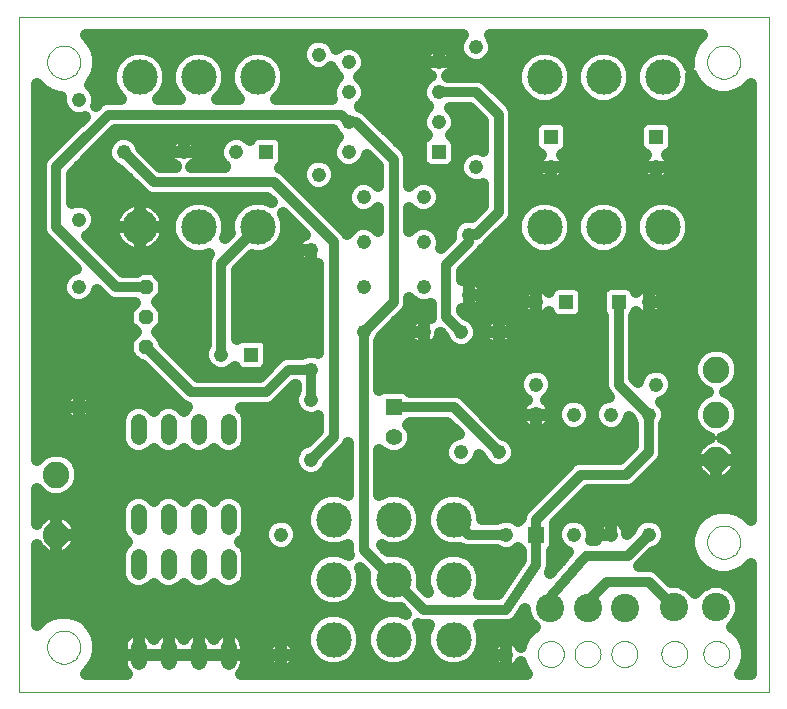
<source format=gtl>
G75*
G70*
%OFA0B0*%
%FSLAX24Y24*%
%IPPOS*%
%LPD*%
%AMOC8*
5,1,8,0,0,1.08239X$1,22.5*
%
%ADD10C,0.0000*%
%ADD11R,0.0476X0.0476*%
%ADD12C,0.0476*%
%ADD13C,0.0886*%
%ADD14C,0.0554*%
%ADD15R,0.0554X0.0554*%
%ADD16C,0.1181*%
%ADD17OC8,0.0476*%
%ADD18C,0.0520*%
%ADD19C,0.0945*%
%ADD20C,0.0400*%
%ADD21C,0.0320*%
D10*
X000302Y000302D02*
X000302Y022802D01*
X025302Y022802D01*
X025302Y000302D01*
X000302Y000302D01*
X001251Y001802D02*
X001253Y001849D01*
X001259Y001895D01*
X001269Y001941D01*
X001282Y001986D01*
X001300Y002029D01*
X001321Y002071D01*
X001345Y002111D01*
X001373Y002148D01*
X001404Y002183D01*
X001438Y002216D01*
X001474Y002245D01*
X001513Y002271D01*
X001554Y002294D01*
X001597Y002313D01*
X001641Y002329D01*
X001686Y002341D01*
X001732Y002349D01*
X001779Y002353D01*
X001825Y002353D01*
X001872Y002349D01*
X001918Y002341D01*
X001963Y002329D01*
X002007Y002313D01*
X002050Y002294D01*
X002091Y002271D01*
X002130Y002245D01*
X002166Y002216D01*
X002200Y002183D01*
X002231Y002148D01*
X002259Y002111D01*
X002283Y002071D01*
X002304Y002029D01*
X002322Y001986D01*
X002335Y001941D01*
X002345Y001895D01*
X002351Y001849D01*
X002353Y001802D01*
X002351Y001755D01*
X002345Y001709D01*
X002335Y001663D01*
X002322Y001618D01*
X002304Y001575D01*
X002283Y001533D01*
X002259Y001493D01*
X002231Y001456D01*
X002200Y001421D01*
X002166Y001388D01*
X002130Y001359D01*
X002091Y001333D01*
X002050Y001310D01*
X002007Y001291D01*
X001963Y001275D01*
X001918Y001263D01*
X001872Y001255D01*
X001825Y001251D01*
X001779Y001251D01*
X001732Y001255D01*
X001686Y001263D01*
X001641Y001275D01*
X001597Y001291D01*
X001554Y001310D01*
X001513Y001333D01*
X001474Y001359D01*
X001438Y001388D01*
X001404Y001421D01*
X001373Y001456D01*
X001345Y001493D01*
X001321Y001533D01*
X001300Y001575D01*
X001282Y001618D01*
X001269Y001663D01*
X001259Y001709D01*
X001253Y001755D01*
X001251Y001802D01*
X017604Y001572D02*
X017606Y001613D01*
X017612Y001654D01*
X017622Y001694D01*
X017635Y001733D01*
X017652Y001770D01*
X017673Y001806D01*
X017697Y001840D01*
X017724Y001871D01*
X017753Y001899D01*
X017786Y001925D01*
X017820Y001947D01*
X017857Y001966D01*
X017895Y001981D01*
X017935Y001993D01*
X017975Y002001D01*
X018016Y002005D01*
X018058Y002005D01*
X018099Y002001D01*
X018139Y001993D01*
X018179Y001981D01*
X018217Y001966D01*
X018253Y001947D01*
X018288Y001925D01*
X018321Y001899D01*
X018350Y001871D01*
X018377Y001840D01*
X018401Y001806D01*
X018422Y001770D01*
X018439Y001733D01*
X018452Y001694D01*
X018462Y001654D01*
X018468Y001613D01*
X018470Y001572D01*
X018468Y001531D01*
X018462Y001490D01*
X018452Y001450D01*
X018439Y001411D01*
X018422Y001374D01*
X018401Y001338D01*
X018377Y001304D01*
X018350Y001273D01*
X018321Y001245D01*
X018288Y001219D01*
X018254Y001197D01*
X018217Y001178D01*
X018179Y001163D01*
X018139Y001151D01*
X018099Y001143D01*
X018058Y001139D01*
X018016Y001139D01*
X017975Y001143D01*
X017935Y001151D01*
X017895Y001163D01*
X017857Y001178D01*
X017821Y001197D01*
X017786Y001219D01*
X017753Y001245D01*
X017724Y001273D01*
X017697Y001304D01*
X017673Y001338D01*
X017652Y001374D01*
X017635Y001411D01*
X017622Y001450D01*
X017612Y001490D01*
X017606Y001531D01*
X017604Y001572D01*
X018829Y001572D02*
X018831Y001613D01*
X018837Y001654D01*
X018847Y001694D01*
X018860Y001733D01*
X018877Y001770D01*
X018898Y001806D01*
X018922Y001840D01*
X018949Y001871D01*
X018978Y001899D01*
X019011Y001925D01*
X019045Y001947D01*
X019082Y001966D01*
X019120Y001981D01*
X019160Y001993D01*
X019200Y002001D01*
X019241Y002005D01*
X019283Y002005D01*
X019324Y002001D01*
X019364Y001993D01*
X019404Y001981D01*
X019442Y001966D01*
X019478Y001947D01*
X019513Y001925D01*
X019546Y001899D01*
X019575Y001871D01*
X019602Y001840D01*
X019626Y001806D01*
X019647Y001770D01*
X019664Y001733D01*
X019677Y001694D01*
X019687Y001654D01*
X019693Y001613D01*
X019695Y001572D01*
X019693Y001531D01*
X019687Y001490D01*
X019677Y001450D01*
X019664Y001411D01*
X019647Y001374D01*
X019626Y001338D01*
X019602Y001304D01*
X019575Y001273D01*
X019546Y001245D01*
X019513Y001219D01*
X019479Y001197D01*
X019442Y001178D01*
X019404Y001163D01*
X019364Y001151D01*
X019324Y001143D01*
X019283Y001139D01*
X019241Y001139D01*
X019200Y001143D01*
X019160Y001151D01*
X019120Y001163D01*
X019082Y001178D01*
X019046Y001197D01*
X019011Y001219D01*
X018978Y001245D01*
X018949Y001273D01*
X018922Y001304D01*
X018898Y001338D01*
X018877Y001374D01*
X018860Y001411D01*
X018847Y001450D01*
X018837Y001490D01*
X018831Y001531D01*
X018829Y001572D01*
X020054Y001572D02*
X020056Y001613D01*
X020062Y001654D01*
X020072Y001694D01*
X020085Y001733D01*
X020102Y001770D01*
X020123Y001806D01*
X020147Y001840D01*
X020174Y001871D01*
X020203Y001899D01*
X020236Y001925D01*
X020270Y001947D01*
X020307Y001966D01*
X020345Y001981D01*
X020385Y001993D01*
X020425Y002001D01*
X020466Y002005D01*
X020508Y002005D01*
X020549Y002001D01*
X020589Y001993D01*
X020629Y001981D01*
X020667Y001966D01*
X020703Y001947D01*
X020738Y001925D01*
X020771Y001899D01*
X020800Y001871D01*
X020827Y001840D01*
X020851Y001806D01*
X020872Y001770D01*
X020889Y001733D01*
X020902Y001694D01*
X020912Y001654D01*
X020918Y001613D01*
X020920Y001572D01*
X020918Y001531D01*
X020912Y001490D01*
X020902Y001450D01*
X020889Y001411D01*
X020872Y001374D01*
X020851Y001338D01*
X020827Y001304D01*
X020800Y001273D01*
X020771Y001245D01*
X020738Y001219D01*
X020704Y001197D01*
X020667Y001178D01*
X020629Y001163D01*
X020589Y001151D01*
X020549Y001143D01*
X020508Y001139D01*
X020466Y001139D01*
X020425Y001143D01*
X020385Y001151D01*
X020345Y001163D01*
X020307Y001178D01*
X020271Y001197D01*
X020236Y001219D01*
X020203Y001245D01*
X020174Y001273D01*
X020147Y001304D01*
X020123Y001338D01*
X020102Y001374D01*
X020085Y001411D01*
X020072Y001450D01*
X020062Y001490D01*
X020056Y001531D01*
X020054Y001572D01*
X021719Y001577D02*
X021721Y001618D01*
X021727Y001659D01*
X021737Y001699D01*
X021750Y001738D01*
X021767Y001775D01*
X021788Y001811D01*
X021812Y001845D01*
X021839Y001876D01*
X021868Y001904D01*
X021901Y001930D01*
X021935Y001952D01*
X021972Y001971D01*
X022010Y001986D01*
X022050Y001998D01*
X022090Y002006D01*
X022131Y002010D01*
X022173Y002010D01*
X022214Y002006D01*
X022254Y001998D01*
X022294Y001986D01*
X022332Y001971D01*
X022368Y001952D01*
X022403Y001930D01*
X022436Y001904D01*
X022465Y001876D01*
X022492Y001845D01*
X022516Y001811D01*
X022537Y001775D01*
X022554Y001738D01*
X022567Y001699D01*
X022577Y001659D01*
X022583Y001618D01*
X022585Y001577D01*
X022583Y001536D01*
X022577Y001495D01*
X022567Y001455D01*
X022554Y001416D01*
X022537Y001379D01*
X022516Y001343D01*
X022492Y001309D01*
X022465Y001278D01*
X022436Y001250D01*
X022403Y001224D01*
X022369Y001202D01*
X022332Y001183D01*
X022294Y001168D01*
X022254Y001156D01*
X022214Y001148D01*
X022173Y001144D01*
X022131Y001144D01*
X022090Y001148D01*
X022050Y001156D01*
X022010Y001168D01*
X021972Y001183D01*
X021936Y001202D01*
X021901Y001224D01*
X021868Y001250D01*
X021839Y001278D01*
X021812Y001309D01*
X021788Y001343D01*
X021767Y001379D01*
X021750Y001416D01*
X021737Y001455D01*
X021727Y001495D01*
X021721Y001536D01*
X021719Y001577D01*
X023119Y001577D02*
X023121Y001618D01*
X023127Y001659D01*
X023137Y001699D01*
X023150Y001738D01*
X023167Y001775D01*
X023188Y001811D01*
X023212Y001845D01*
X023239Y001876D01*
X023268Y001904D01*
X023301Y001930D01*
X023335Y001952D01*
X023372Y001971D01*
X023410Y001986D01*
X023450Y001998D01*
X023490Y002006D01*
X023531Y002010D01*
X023573Y002010D01*
X023614Y002006D01*
X023654Y001998D01*
X023694Y001986D01*
X023732Y001971D01*
X023768Y001952D01*
X023803Y001930D01*
X023836Y001904D01*
X023865Y001876D01*
X023892Y001845D01*
X023916Y001811D01*
X023937Y001775D01*
X023954Y001738D01*
X023967Y001699D01*
X023977Y001659D01*
X023983Y001618D01*
X023985Y001577D01*
X023983Y001536D01*
X023977Y001495D01*
X023967Y001455D01*
X023954Y001416D01*
X023937Y001379D01*
X023916Y001343D01*
X023892Y001309D01*
X023865Y001278D01*
X023836Y001250D01*
X023803Y001224D01*
X023769Y001202D01*
X023732Y001183D01*
X023694Y001168D01*
X023654Y001156D01*
X023614Y001148D01*
X023573Y001144D01*
X023531Y001144D01*
X023490Y001148D01*
X023450Y001156D01*
X023410Y001168D01*
X023372Y001183D01*
X023336Y001202D01*
X023301Y001224D01*
X023268Y001250D01*
X023239Y001278D01*
X023212Y001309D01*
X023188Y001343D01*
X023167Y001379D01*
X023150Y001416D01*
X023137Y001455D01*
X023127Y001495D01*
X023121Y001536D01*
X023119Y001577D01*
X023251Y005302D02*
X023253Y005349D01*
X023259Y005395D01*
X023269Y005441D01*
X023282Y005486D01*
X023300Y005529D01*
X023321Y005571D01*
X023345Y005611D01*
X023373Y005648D01*
X023404Y005683D01*
X023438Y005716D01*
X023474Y005745D01*
X023513Y005771D01*
X023554Y005794D01*
X023597Y005813D01*
X023641Y005829D01*
X023686Y005841D01*
X023732Y005849D01*
X023779Y005853D01*
X023825Y005853D01*
X023872Y005849D01*
X023918Y005841D01*
X023963Y005829D01*
X024007Y005813D01*
X024050Y005794D01*
X024091Y005771D01*
X024130Y005745D01*
X024166Y005716D01*
X024200Y005683D01*
X024231Y005648D01*
X024259Y005611D01*
X024283Y005571D01*
X024304Y005529D01*
X024322Y005486D01*
X024335Y005441D01*
X024345Y005395D01*
X024351Y005349D01*
X024353Y005302D01*
X024351Y005255D01*
X024345Y005209D01*
X024335Y005163D01*
X024322Y005118D01*
X024304Y005075D01*
X024283Y005033D01*
X024259Y004993D01*
X024231Y004956D01*
X024200Y004921D01*
X024166Y004888D01*
X024130Y004859D01*
X024091Y004833D01*
X024050Y004810D01*
X024007Y004791D01*
X023963Y004775D01*
X023918Y004763D01*
X023872Y004755D01*
X023825Y004751D01*
X023779Y004751D01*
X023732Y004755D01*
X023686Y004763D01*
X023641Y004775D01*
X023597Y004791D01*
X023554Y004810D01*
X023513Y004833D01*
X023474Y004859D01*
X023438Y004888D01*
X023404Y004921D01*
X023373Y004956D01*
X023345Y004993D01*
X023321Y005033D01*
X023300Y005075D01*
X023282Y005118D01*
X023269Y005163D01*
X023259Y005209D01*
X023253Y005255D01*
X023251Y005302D01*
X023251Y021302D02*
X023253Y021349D01*
X023259Y021395D01*
X023269Y021441D01*
X023282Y021486D01*
X023300Y021529D01*
X023321Y021571D01*
X023345Y021611D01*
X023373Y021648D01*
X023404Y021683D01*
X023438Y021716D01*
X023474Y021745D01*
X023513Y021771D01*
X023554Y021794D01*
X023597Y021813D01*
X023641Y021829D01*
X023686Y021841D01*
X023732Y021849D01*
X023779Y021853D01*
X023825Y021853D01*
X023872Y021849D01*
X023918Y021841D01*
X023963Y021829D01*
X024007Y021813D01*
X024050Y021794D01*
X024091Y021771D01*
X024130Y021745D01*
X024166Y021716D01*
X024200Y021683D01*
X024231Y021648D01*
X024259Y021611D01*
X024283Y021571D01*
X024304Y021529D01*
X024322Y021486D01*
X024335Y021441D01*
X024345Y021395D01*
X024351Y021349D01*
X024353Y021302D01*
X024351Y021255D01*
X024345Y021209D01*
X024335Y021163D01*
X024322Y021118D01*
X024304Y021075D01*
X024283Y021033D01*
X024259Y020993D01*
X024231Y020956D01*
X024200Y020921D01*
X024166Y020888D01*
X024130Y020859D01*
X024091Y020833D01*
X024050Y020810D01*
X024007Y020791D01*
X023963Y020775D01*
X023918Y020763D01*
X023872Y020755D01*
X023825Y020751D01*
X023779Y020751D01*
X023732Y020755D01*
X023686Y020763D01*
X023641Y020775D01*
X023597Y020791D01*
X023554Y020810D01*
X023513Y020833D01*
X023474Y020859D01*
X023438Y020888D01*
X023404Y020921D01*
X023373Y020956D01*
X023345Y020993D01*
X023321Y021033D01*
X023300Y021075D01*
X023282Y021118D01*
X023269Y021163D01*
X023259Y021209D01*
X023253Y021255D01*
X023251Y021302D01*
X001251Y021302D02*
X001253Y021349D01*
X001259Y021395D01*
X001269Y021441D01*
X001282Y021486D01*
X001300Y021529D01*
X001321Y021571D01*
X001345Y021611D01*
X001373Y021648D01*
X001404Y021683D01*
X001438Y021716D01*
X001474Y021745D01*
X001513Y021771D01*
X001554Y021794D01*
X001597Y021813D01*
X001641Y021829D01*
X001686Y021841D01*
X001732Y021849D01*
X001779Y021853D01*
X001825Y021853D01*
X001872Y021849D01*
X001918Y021841D01*
X001963Y021829D01*
X002007Y021813D01*
X002050Y021794D01*
X002091Y021771D01*
X002130Y021745D01*
X002166Y021716D01*
X002200Y021683D01*
X002231Y021648D01*
X002259Y021611D01*
X002283Y021571D01*
X002304Y021529D01*
X002322Y021486D01*
X002335Y021441D01*
X002345Y021395D01*
X002351Y021349D01*
X002353Y021302D01*
X002351Y021255D01*
X002345Y021209D01*
X002335Y021163D01*
X002322Y021118D01*
X002304Y021075D01*
X002283Y021033D01*
X002259Y020993D01*
X002231Y020956D01*
X002200Y020921D01*
X002166Y020888D01*
X002130Y020859D01*
X002091Y020833D01*
X002050Y020810D01*
X002007Y020791D01*
X001963Y020775D01*
X001918Y020763D01*
X001872Y020755D01*
X001825Y020751D01*
X001779Y020751D01*
X001732Y020755D01*
X001686Y020763D01*
X001641Y020775D01*
X001597Y020791D01*
X001554Y020810D01*
X001513Y020833D01*
X001474Y020859D01*
X001438Y020888D01*
X001404Y020921D01*
X001373Y020956D01*
X001345Y020993D01*
X001321Y021033D01*
X001300Y021075D01*
X001282Y021118D01*
X001269Y021163D01*
X001259Y021209D01*
X001253Y021255D01*
X001251Y021302D01*
D11*
X008552Y018302D03*
X014302Y018302D03*
X018052Y018802D03*
X021552Y018802D03*
X020302Y013302D03*
X018552Y013302D03*
X008052Y011552D03*
D12*
X007052Y011552D03*
X010052Y011052D03*
X010052Y010052D03*
X010052Y008052D03*
X009052Y005552D03*
X009052Y001552D03*
X016552Y001552D03*
X016552Y005552D03*
X018802Y005552D03*
X020052Y005552D03*
X021302Y005552D03*
X021302Y009552D03*
X021552Y010552D03*
X020052Y009552D03*
X018802Y009552D03*
X017552Y010552D03*
X016302Y012302D03*
X015052Y012302D03*
X013802Y012302D03*
X013802Y013802D03*
X015302Y013552D03*
X013802Y015302D03*
X013802Y016802D03*
X015302Y015552D03*
X015552Y017802D03*
X014302Y019302D03*
X014302Y020302D03*
X014302Y021302D03*
X015552Y021802D03*
X011302Y021302D03*
X010302Y021552D03*
X011302Y020302D03*
X011302Y019302D03*
X011302Y018302D03*
X010302Y017552D03*
X011802Y016802D03*
X011802Y015302D03*
X011802Y013802D03*
X011802Y012302D03*
X010052Y015052D03*
X007552Y018302D03*
X005802Y018302D03*
X003802Y018302D03*
X002302Y020052D03*
X002302Y016052D03*
X002302Y013802D03*
X002302Y009802D03*
X015052Y008302D03*
X016302Y008302D03*
X017552Y013302D03*
X021302Y013302D03*
X021552Y017802D03*
X018052Y017802D03*
D13*
X023552Y011052D03*
X023552Y009552D03*
X023552Y008052D03*
X001552Y007552D03*
X001552Y005552D03*
D14*
X012802Y008802D03*
X017552Y009552D03*
D15*
X017552Y005552D03*
X012802Y009802D03*
D16*
X012802Y006052D03*
X010802Y006052D03*
X010802Y004052D03*
X012802Y004052D03*
X014802Y004052D03*
X014802Y002052D03*
X012802Y002052D03*
X010802Y002052D03*
X014802Y006052D03*
X017834Y015802D03*
X019802Y015802D03*
X021771Y015802D03*
X021771Y020802D03*
X019802Y020802D03*
X017834Y020802D03*
X008271Y020802D03*
X006302Y020802D03*
X004334Y020802D03*
X004334Y015802D03*
X006302Y015802D03*
X008271Y015802D03*
D17*
X004552Y013802D03*
X004552Y012802D03*
X004552Y011802D03*
D18*
X004302Y009312D02*
X004302Y008792D01*
X005302Y008792D02*
X005302Y009312D01*
X006302Y009312D02*
X006302Y008792D01*
X007302Y008792D02*
X007302Y009312D01*
X007302Y006312D02*
X007302Y005792D01*
X006302Y005792D02*
X006302Y006312D01*
X005302Y006312D02*
X005302Y005792D01*
X004302Y005792D02*
X004302Y006312D01*
X004302Y004812D02*
X004302Y004292D01*
X005302Y004292D02*
X005302Y004812D01*
X006302Y004812D02*
X006302Y004292D01*
X007302Y004292D02*
X007302Y004812D01*
X007302Y001812D02*
X007302Y001292D01*
X006302Y001292D02*
X006302Y001812D01*
X005302Y001812D02*
X005302Y001292D01*
X004302Y001292D02*
X004302Y001812D01*
D19*
X018012Y003122D03*
X019262Y003122D03*
X020512Y003122D03*
X022152Y003127D03*
X023552Y003127D03*
D20*
X022852Y003605D02*
X022624Y003833D01*
X022318Y003960D01*
X022055Y003960D01*
X021743Y004272D01*
X021597Y004418D01*
X021406Y004497D01*
X020983Y004497D01*
X021453Y004968D01*
X021641Y005046D01*
X021809Y005214D01*
X021900Y005433D01*
X021900Y005671D01*
X021809Y005891D01*
X021641Y006059D01*
X021421Y006150D01*
X021183Y006150D01*
X020964Y006059D01*
X020796Y005891D01*
X020718Y005703D01*
X020590Y005575D01*
X020590Y005595D01*
X020577Y005678D01*
X020551Y005759D01*
X020512Y005834D01*
X020463Y005903D01*
X020403Y005963D01*
X020334Y006012D01*
X020259Y006051D01*
X020178Y006077D01*
X020095Y006090D01*
X020053Y006090D01*
X020053Y005553D01*
X020052Y005553D01*
X020052Y006090D01*
X020010Y006090D01*
X019926Y006077D01*
X019846Y006051D01*
X019770Y006012D01*
X019702Y005963D01*
X019642Y005903D01*
X019592Y005834D01*
X019554Y005759D01*
X019528Y005678D01*
X019515Y005595D01*
X019515Y005553D01*
X020052Y005553D01*
X020052Y005552D01*
X019515Y005552D01*
X019515Y005510D01*
X019528Y005426D01*
X019545Y005372D01*
X019375Y005372D01*
X019400Y005433D01*
X019400Y005671D01*
X019309Y005891D01*
X019141Y006059D01*
X018921Y006150D01*
X018683Y006150D01*
X018464Y006059D01*
X018296Y005891D01*
X018205Y005671D01*
X018205Y005433D01*
X018296Y005214D01*
X018464Y005046D01*
X018623Y004980D01*
X017996Y004266D01*
X018013Y004306D01*
X018042Y004350D01*
X018052Y004401D01*
X018072Y004449D01*
X018072Y004501D01*
X018083Y004553D01*
X018072Y004604D01*
X018072Y005009D01*
X018135Y005071D01*
X018189Y005204D01*
X018189Y005901D01*
X018174Y005939D01*
X019268Y007032D01*
X020449Y007032D01*
X020656Y007032D01*
X020847Y007112D01*
X021597Y007862D01*
X021743Y008008D01*
X021822Y008199D01*
X021822Y009246D01*
X021900Y009433D01*
X021900Y009671D01*
X021809Y009891D01*
X021724Y009976D01*
X021891Y010046D01*
X022059Y010214D01*
X022150Y010433D01*
X022150Y010671D01*
X022059Y010891D01*
X021891Y011059D01*
X021671Y011150D01*
X021433Y011150D01*
X021214Y011059D01*
X021046Y010891D01*
X020955Y010671D01*
X020955Y010635D01*
X020822Y010768D01*
X020822Y012838D01*
X020845Y012861D01*
X020886Y012960D01*
X020892Y012952D01*
X020952Y012892D01*
X021020Y012842D01*
X021096Y012804D01*
X021176Y012778D01*
X021260Y012765D01*
X021302Y012765D01*
X021302Y013302D01*
X021303Y013302D01*
X021303Y013303D01*
X021302Y013303D01*
X021302Y013840D01*
X021260Y013840D01*
X021176Y013827D01*
X021096Y013801D01*
X021020Y013762D01*
X020952Y013713D01*
X020892Y013653D01*
X020886Y013645D01*
X020845Y013744D01*
X020744Y013845D01*
X020612Y013900D01*
X019993Y013900D01*
X019861Y013845D01*
X019759Y013744D01*
X019705Y013612D01*
X019705Y012993D01*
X019759Y012861D01*
X019782Y012838D01*
X019782Y010656D01*
X019782Y010449D01*
X019862Y010258D01*
X019969Y010150D01*
X019933Y010150D01*
X019714Y010059D01*
X019546Y009891D01*
X019455Y009671D01*
X019455Y009433D01*
X019546Y009214D01*
X019714Y009046D01*
X019933Y008955D01*
X020171Y008955D01*
X020391Y009046D01*
X020559Y009214D01*
X020650Y009433D01*
X020650Y009469D01*
X020651Y009469D01*
X020650Y009469D02*
X020718Y009402D01*
X020782Y009246D01*
X020782Y008518D01*
X020337Y008072D01*
X018949Y008072D01*
X018758Y007993D01*
X018612Y007847D01*
X017112Y006347D01*
X017032Y006156D01*
X017032Y006096D01*
X016970Y006033D01*
X016954Y005996D01*
X016891Y006059D01*
X016671Y006150D01*
X016433Y006150D01*
X016246Y006072D01*
X015753Y006072D01*
X015753Y006241D01*
X015608Y006591D01*
X015341Y006858D01*
X014991Y007003D01*
X014613Y007003D01*
X014264Y006858D01*
X013997Y006591D01*
X013852Y006241D01*
X013852Y005863D01*
X013997Y005514D01*
X014264Y005247D01*
X014613Y005102D01*
X014991Y005102D01*
X015011Y005110D01*
X015199Y005032D01*
X015406Y005032D01*
X016246Y005032D01*
X016433Y004955D01*
X016671Y004955D01*
X016891Y005046D01*
X016954Y005109D01*
X016970Y005071D01*
X017032Y005009D01*
X017032Y004710D01*
X016274Y003572D01*
X015632Y003572D01*
X015753Y003863D01*
X015753Y004241D01*
X015608Y004591D01*
X015341Y004858D01*
X014991Y005003D01*
X014613Y005003D01*
X014264Y004858D01*
X013997Y004591D01*
X013852Y004241D01*
X013852Y003863D01*
X013940Y003650D01*
X013745Y003845D01*
X013753Y003863D01*
X013753Y004241D01*
X013608Y004591D01*
X013341Y004858D01*
X012991Y005003D01*
X012613Y005003D01*
X012595Y004995D01*
X012400Y005190D01*
X012613Y005102D01*
X012991Y005102D01*
X013341Y005247D01*
X013608Y005514D01*
X013753Y005863D01*
X013753Y006241D01*
X013608Y006591D01*
X013341Y006858D01*
X012991Y007003D01*
X012613Y007003D01*
X012322Y006882D01*
X012322Y008381D01*
X012441Y008262D01*
X012676Y008165D01*
X012929Y008165D01*
X013163Y008262D01*
X013342Y008441D01*
X013439Y008676D01*
X013439Y008929D01*
X013342Y009163D01*
X013285Y009221D01*
X013346Y009282D01*
X014587Y009282D01*
X014969Y008900D01*
X014933Y008900D01*
X014714Y008809D01*
X014546Y008641D01*
X014455Y008421D01*
X014455Y008183D01*
X014546Y007964D01*
X014714Y007796D01*
X014933Y007705D01*
X015171Y007705D01*
X015391Y007796D01*
X015559Y007964D01*
X015650Y008183D01*
X015650Y008219D01*
X015718Y008152D01*
X015796Y007964D01*
X015964Y007796D01*
X016183Y007705D01*
X016421Y007705D01*
X016641Y007796D01*
X016809Y007964D01*
X016900Y008183D01*
X016900Y008421D01*
X016809Y008641D01*
X016641Y008809D01*
X016453Y008887D01*
X015097Y010243D01*
X014906Y010322D01*
X014699Y010322D01*
X013346Y010322D01*
X013283Y010385D01*
X013151Y010439D01*
X012454Y010439D01*
X012322Y010385D01*
X012322Y011996D01*
X012387Y012152D01*
X013243Y013008D01*
X013322Y013199D01*
X013322Y013406D01*
X013322Y013437D01*
X013464Y013296D01*
X013683Y013205D01*
X013921Y013205D01*
X014032Y013251D01*
X014032Y012906D01*
X014032Y012789D01*
X014009Y012801D01*
X013928Y012827D01*
X013845Y012840D01*
X013803Y012840D01*
X013803Y012303D01*
X013802Y012303D01*
X013802Y012840D01*
X013760Y012840D01*
X013676Y012827D01*
X013596Y012801D01*
X013520Y012762D01*
X013452Y012713D01*
X013392Y012653D01*
X013342Y012584D01*
X013304Y012509D01*
X013278Y012428D01*
X013265Y012345D01*
X013265Y012303D01*
X013802Y012303D01*
X013802Y012302D01*
X013803Y012302D01*
X013803Y011765D01*
X013845Y011765D01*
X013928Y011778D01*
X014009Y011804D01*
X014084Y011842D01*
X014153Y011892D01*
X014213Y011952D01*
X014262Y012020D01*
X014301Y012096D01*
X014327Y012176D01*
X014340Y012260D01*
X014340Y012279D01*
X014468Y012152D01*
X014546Y011964D01*
X014714Y011796D01*
X014933Y011705D01*
X015171Y011705D01*
X015391Y011796D01*
X015559Y011964D01*
X015650Y012183D01*
X015650Y012421D01*
X015559Y012641D01*
X015391Y012809D01*
X015203Y012887D01*
X015072Y013018D01*
X015072Y013066D01*
X015096Y013054D01*
X015176Y013028D01*
X015260Y013015D01*
X015302Y013015D01*
X015302Y013552D01*
X015303Y013552D01*
X015303Y013553D01*
X015302Y013553D01*
X015302Y014090D01*
X015260Y014090D01*
X015176Y014077D01*
X015096Y014051D01*
X015072Y014039D01*
X015072Y014337D01*
X015743Y015008D01*
X015774Y015081D01*
X015847Y015112D01*
X015993Y015258D01*
X016743Y016008D01*
X016822Y016199D01*
X016822Y016406D01*
X016822Y019656D01*
X016743Y019847D01*
X016597Y019993D01*
X015847Y020743D01*
X015656Y020822D01*
X015449Y020822D01*
X014609Y020822D01*
X014574Y020837D01*
X014584Y020842D01*
X014653Y020892D01*
X014713Y020952D01*
X014762Y021020D01*
X014801Y021096D01*
X014827Y021176D01*
X014840Y021260D01*
X014840Y021302D01*
X014303Y021302D01*
X014303Y021303D01*
X014302Y021303D01*
X014302Y021840D01*
X014260Y021840D01*
X014176Y021827D01*
X014096Y021801D01*
X014020Y021762D01*
X013952Y021713D01*
X013892Y021653D01*
X013842Y021584D01*
X013804Y021509D01*
X013778Y021428D01*
X013765Y021345D01*
X013765Y021303D01*
X014302Y021303D01*
X014302Y021302D01*
X013765Y021302D01*
X013765Y021260D01*
X013778Y021176D01*
X013804Y021096D01*
X013842Y021020D01*
X013892Y020952D01*
X013952Y020892D01*
X014020Y020842D01*
X014031Y020837D01*
X013964Y020809D01*
X013796Y020641D01*
X013705Y020421D01*
X013705Y020183D01*
X013796Y019964D01*
X013957Y019802D01*
X013796Y019641D01*
X013705Y019421D01*
X013705Y019183D01*
X013796Y018964D01*
X013898Y018861D01*
X013861Y018845D01*
X013759Y018744D01*
X013705Y018612D01*
X013705Y017993D01*
X013759Y017861D01*
X013861Y017759D01*
X013993Y017705D01*
X014612Y017705D01*
X014744Y017759D01*
X014845Y017861D01*
X014900Y017993D01*
X014900Y018612D01*
X014845Y018744D01*
X014744Y018845D01*
X014706Y018861D01*
X014809Y018964D01*
X014900Y019183D01*
X014900Y019421D01*
X014809Y019641D01*
X014668Y019782D01*
X015337Y019782D01*
X015782Y019337D01*
X015782Y018354D01*
X015671Y018400D01*
X015433Y018400D01*
X015214Y018309D01*
X015046Y018141D01*
X014955Y017921D01*
X014955Y017683D01*
X015046Y017464D01*
X015214Y017296D01*
X015433Y017205D01*
X015671Y017205D01*
X015782Y017251D01*
X015782Y016518D01*
X015415Y016150D01*
X015183Y016150D01*
X014964Y016059D01*
X014796Y015891D01*
X014705Y015671D01*
X014705Y015440D01*
X014366Y015101D01*
X014400Y015183D01*
X014400Y015421D01*
X014309Y015641D01*
X014141Y015809D01*
X013921Y015900D01*
X013683Y015900D01*
X013464Y015809D01*
X013322Y015668D01*
X013322Y016437D01*
X013464Y016296D01*
X013683Y016205D01*
X013921Y016205D01*
X014141Y016296D01*
X014309Y016464D01*
X014400Y016683D01*
X014400Y016921D01*
X014309Y017141D01*
X014141Y017309D01*
X013921Y017400D01*
X013683Y017400D01*
X013464Y017309D01*
X013322Y017168D01*
X013322Y018156D01*
X013243Y018347D01*
X013097Y018493D01*
X011847Y019743D01*
X011664Y019819D01*
X011809Y019964D01*
X011900Y020183D01*
X011900Y020421D01*
X011809Y020641D01*
X011648Y020802D01*
X011809Y020964D01*
X011900Y021183D01*
X011900Y021421D01*
X011809Y021641D01*
X011641Y021809D01*
X011421Y021900D01*
X011183Y021900D01*
X010964Y021809D01*
X010878Y021724D01*
X010809Y021891D01*
X010641Y022059D01*
X010421Y022150D01*
X010183Y022150D01*
X009964Y022059D01*
X009796Y021891D01*
X009705Y021671D01*
X009705Y021433D01*
X009796Y021214D01*
X009964Y021046D01*
X010183Y020955D01*
X010421Y020955D01*
X010641Y021046D01*
X010726Y021131D01*
X010796Y020964D01*
X010957Y020802D01*
X010796Y020641D01*
X010705Y020421D01*
X010705Y020183D01*
X010751Y020072D01*
X008885Y020072D01*
X009077Y020264D01*
X009221Y020613D01*
X009221Y020991D01*
X009077Y021341D01*
X008809Y021608D01*
X008460Y021753D01*
X008082Y021753D01*
X007732Y021608D01*
X007465Y021341D01*
X007320Y020991D01*
X007320Y020613D01*
X007465Y020264D01*
X007657Y020072D01*
X006917Y020072D01*
X007108Y020264D01*
X007253Y020613D01*
X007253Y020991D01*
X007108Y021341D01*
X006841Y021608D01*
X006491Y021753D01*
X006113Y021753D01*
X005764Y021608D01*
X005497Y021341D01*
X005352Y020991D01*
X005352Y020613D01*
X005497Y020264D01*
X005688Y020072D01*
X004948Y020072D01*
X005140Y020264D01*
X005284Y020613D01*
X005284Y020991D01*
X005140Y021341D01*
X004872Y021608D01*
X004523Y021753D01*
X004145Y021753D01*
X003795Y021608D01*
X003528Y021341D01*
X003383Y020991D01*
X003383Y020613D01*
X003528Y020264D01*
X003720Y020072D01*
X003199Y020072D01*
X003008Y019993D01*
X002866Y019851D01*
X002900Y019933D01*
X002900Y020171D01*
X002809Y020391D01*
X002664Y020536D01*
X002724Y020596D01*
X002875Y020858D01*
X002954Y021151D01*
X002954Y021454D01*
X002875Y021747D01*
X002724Y022009D01*
X002530Y022202D01*
X015107Y022202D01*
X015046Y022141D01*
X014955Y021921D01*
X014955Y021683D01*
X015046Y021464D01*
X015214Y021296D01*
X015433Y021205D01*
X015671Y021205D01*
X015891Y021296D01*
X016059Y021464D01*
X016150Y021683D01*
X016150Y021921D01*
X016059Y022141D01*
X015998Y022202D01*
X023074Y022202D01*
X022881Y022009D01*
X022730Y021747D01*
X022651Y021454D01*
X022651Y021161D01*
X022577Y021341D01*
X022309Y021608D01*
X021960Y021753D01*
X021582Y021753D01*
X021232Y021608D01*
X020965Y021341D01*
X020820Y020991D01*
X020820Y020613D01*
X020965Y020264D01*
X021232Y019997D01*
X021582Y019852D01*
X021960Y019852D01*
X022309Y019997D01*
X022577Y020264D01*
X022721Y020613D01*
X022721Y020889D01*
X022730Y020858D01*
X022881Y020596D01*
X023096Y020381D01*
X023358Y020230D01*
X023651Y020151D01*
X023954Y020151D01*
X024247Y020230D01*
X024509Y020381D01*
X024702Y020574D01*
X024702Y006030D01*
X024509Y006224D01*
X024247Y006375D01*
X023954Y006454D01*
X023651Y006454D01*
X023358Y006375D01*
X023096Y006224D01*
X022881Y006009D01*
X022730Y005747D01*
X022651Y005454D01*
X022651Y005151D01*
X022730Y004858D01*
X022881Y004596D01*
X023096Y004381D01*
X023358Y004230D01*
X023651Y004151D01*
X023954Y004151D01*
X024247Y004230D01*
X024509Y004381D01*
X024702Y004574D01*
X024702Y000902D01*
X024338Y000902D01*
X024379Y000943D01*
X024515Y001179D01*
X024585Y001441D01*
X024585Y001713D01*
X024515Y001976D01*
X024379Y002212D01*
X024187Y002404D01*
X024072Y002470D01*
X024258Y002656D01*
X024385Y002962D01*
X024385Y003293D01*
X024258Y003599D01*
X024024Y003833D01*
X023718Y003960D01*
X023387Y003960D01*
X023081Y003833D01*
X022852Y003605D01*
X022488Y003889D02*
X023217Y003889D01*
X023257Y004288D02*
X021727Y004288D01*
X021172Y004686D02*
X022829Y004686D01*
X022669Y005085D02*
X021680Y005085D01*
X021900Y005483D02*
X022659Y005483D01*
X022808Y005882D02*
X021813Y005882D01*
X020792Y005882D02*
X020478Y005882D01*
X020053Y005882D02*
X020052Y005882D01*
X019627Y005882D02*
X019313Y005882D01*
X019400Y005483D02*
X019519Y005483D01*
X018516Y006281D02*
X023194Y006281D01*
X023407Y007322D02*
X023504Y007309D01*
X023552Y007309D01*
X023552Y008052D01*
X022809Y008052D01*
X022809Y008004D01*
X022822Y007907D01*
X022847Y007813D01*
X022885Y007723D01*
X022933Y007639D01*
X022993Y007561D01*
X023061Y007493D01*
X023139Y007433D01*
X023223Y007385D01*
X023313Y007347D01*
X023407Y007322D01*
X023553Y007309D02*
X023601Y007309D01*
X023698Y007322D01*
X023792Y007347D01*
X023882Y007385D01*
X023966Y007433D01*
X024043Y007493D01*
X024112Y007561D01*
X024171Y007639D01*
X024220Y007723D01*
X024257Y007813D01*
X024283Y007907D01*
X024295Y008004D01*
X024295Y008052D01*
X023553Y008052D01*
X023553Y008053D01*
X024295Y008053D01*
X024295Y008101D01*
X024283Y008198D01*
X024257Y008292D01*
X024220Y008382D01*
X024171Y008466D01*
X024112Y008543D01*
X024043Y008612D01*
X023966Y008671D01*
X023882Y008720D01*
X023792Y008757D01*
X023755Y008767D01*
X024007Y008872D01*
X024233Y009098D01*
X024355Y009393D01*
X024355Y009712D01*
X024233Y010007D01*
X024007Y010233D01*
X023840Y010302D01*
X024007Y010372D01*
X024233Y010598D01*
X024355Y010893D01*
X024355Y011212D01*
X024233Y011507D01*
X024007Y011733D01*
X023712Y011855D01*
X023393Y011855D01*
X023098Y011733D01*
X022872Y011507D01*
X022749Y011212D01*
X022749Y010893D01*
X022872Y010598D01*
X023098Y010372D01*
X023265Y010302D01*
X023098Y010233D01*
X022872Y010007D01*
X022749Y009712D01*
X022749Y009393D01*
X022872Y009098D01*
X023098Y008872D01*
X023350Y008767D01*
X023313Y008757D01*
X023223Y008720D01*
X023139Y008671D01*
X023061Y008612D01*
X022993Y008543D01*
X022933Y008466D01*
X022885Y008382D01*
X022847Y008292D01*
X022822Y008198D01*
X022809Y008101D01*
X022809Y008053D01*
X023552Y008053D01*
X023552Y008052D01*
X023553Y008052D01*
X023553Y007309D01*
X023552Y007476D02*
X023553Y007476D01*
X023083Y007476D02*
X021211Y007476D01*
X021610Y007875D02*
X022831Y007875D01*
X022842Y008273D02*
X021822Y008273D01*
X021822Y008672D02*
X023139Y008672D01*
X022899Y009070D02*
X021822Y009070D01*
X021900Y009469D02*
X022749Y009469D01*
X022814Y009867D02*
X021819Y009867D01*
X022081Y010266D02*
X023177Y010266D01*
X022844Y010664D02*
X022150Y010664D01*
X021882Y011063D02*
X022749Y011063D01*
X022853Y011462D02*
X020822Y011462D01*
X020822Y011860D02*
X024702Y011860D01*
X024702Y011462D02*
X024252Y011462D01*
X024355Y011063D02*
X024702Y011063D01*
X024702Y010664D02*
X024261Y010664D01*
X023928Y010266D02*
X024702Y010266D01*
X024702Y009867D02*
X024291Y009867D01*
X024355Y009469D02*
X024702Y009469D01*
X024702Y009070D02*
X024206Y009070D01*
X023965Y008672D02*
X024702Y008672D01*
X024702Y008273D02*
X024262Y008273D01*
X024274Y007875D02*
X024702Y007875D01*
X024702Y007476D02*
X024022Y007476D01*
X023553Y007875D02*
X023552Y007875D01*
X024702Y007078D02*
X020765Y007078D01*
X020538Y008273D02*
X016900Y008273D01*
X016720Y007875D02*
X018639Y007875D01*
X018241Y007476D02*
X012322Y007476D01*
X012322Y007078D02*
X017842Y007078D01*
X017444Y006679D02*
X015520Y006679D01*
X015737Y006281D02*
X017084Y006281D01*
X018189Y005882D02*
X018292Y005882D01*
X018205Y005483D02*
X018189Y005483D01*
X018140Y005085D02*
X018424Y005085D01*
X018365Y004686D02*
X018072Y004686D01*
X018016Y004288D02*
X018006Y004288D01*
X017017Y004686D02*
X015513Y004686D01*
X015734Y004288D02*
X016751Y004288D01*
X016485Y003889D02*
X015753Y003889D01*
X016656Y002532D02*
X016704Y002552D01*
X016756Y002563D01*
X016799Y002592D01*
X016847Y002612D01*
X016884Y002649D01*
X016928Y002678D01*
X016956Y002721D01*
X016993Y002758D01*
X017013Y002806D01*
X017180Y003056D01*
X017180Y002957D01*
X017307Y002651D01*
X017502Y002456D01*
X017403Y002399D01*
X017211Y002207D01*
X017075Y001971D01*
X017029Y001801D01*
X017012Y001834D01*
X016963Y001903D01*
X016903Y001963D01*
X016834Y002012D01*
X016759Y002051D01*
X016678Y002077D01*
X016595Y002090D01*
X016553Y002090D01*
X016553Y001553D01*
X016552Y001553D01*
X016552Y002090D01*
X016510Y002090D01*
X016426Y002077D01*
X016346Y002051D01*
X016270Y002012D01*
X016202Y001963D01*
X016142Y001903D01*
X016092Y001834D01*
X016054Y001759D01*
X016028Y001678D01*
X016015Y001595D01*
X016015Y001553D01*
X016552Y001553D01*
X016552Y001552D01*
X016553Y001552D01*
X016553Y001015D01*
X016595Y001015D01*
X016678Y001028D01*
X016759Y001054D01*
X016834Y001092D01*
X016903Y001142D01*
X016963Y001202D01*
X017012Y001270D01*
X017036Y001317D01*
X017075Y001174D01*
X017211Y000938D01*
X017246Y000902D01*
X007704Y000902D01*
X007729Y000928D01*
X007781Y000999D01*
X007821Y001077D01*
X007849Y001161D01*
X007862Y001248D01*
X007862Y001552D01*
X007303Y001552D01*
X007303Y001553D01*
X007302Y001553D01*
X007302Y002372D01*
X007258Y002372D01*
X007171Y002359D01*
X007087Y002331D01*
X007009Y002291D01*
X006938Y002239D01*
X006875Y002177D01*
X006823Y002106D01*
X006802Y002064D01*
X006781Y002106D01*
X006729Y002177D01*
X006667Y002239D01*
X006596Y002291D01*
X006517Y002331D01*
X006434Y002359D01*
X006346Y002372D01*
X006303Y002372D01*
X006303Y001553D01*
X006302Y001553D01*
X006302Y002372D01*
X006258Y002372D01*
X006171Y002359D01*
X006087Y002331D01*
X006009Y002291D01*
X005938Y002239D01*
X005875Y002177D01*
X005823Y002106D01*
X005802Y002064D01*
X005781Y002106D01*
X005729Y002177D01*
X005667Y002239D01*
X005596Y002291D01*
X005517Y002331D01*
X005434Y002359D01*
X005346Y002372D01*
X005303Y002372D01*
X005303Y001553D01*
X005302Y001553D01*
X005302Y002372D01*
X005258Y002372D01*
X005171Y002359D01*
X005087Y002331D01*
X005009Y002291D01*
X004938Y002239D01*
X004875Y002177D01*
X004823Y002106D01*
X004802Y002064D01*
X004781Y002106D01*
X004729Y002177D01*
X004667Y002239D01*
X004596Y002291D01*
X004517Y002331D01*
X004434Y002359D01*
X004346Y002372D01*
X004303Y002372D01*
X004303Y001553D01*
X004302Y001553D01*
X004302Y002372D01*
X004258Y002372D01*
X004171Y002359D01*
X004087Y002331D01*
X004009Y002291D01*
X003938Y002239D01*
X003875Y002177D01*
X003823Y002106D01*
X003783Y002027D01*
X003756Y001944D01*
X003742Y001856D01*
X003742Y001553D01*
X004302Y001553D01*
X004302Y001552D01*
X003742Y001552D01*
X003742Y001248D01*
X003756Y001161D01*
X003783Y001077D01*
X003823Y000999D01*
X003875Y000928D01*
X003900Y000902D01*
X002530Y000902D01*
X002724Y001096D01*
X002875Y001358D01*
X002954Y001651D01*
X002954Y001954D01*
X002875Y002247D01*
X002724Y002509D01*
X002509Y002724D01*
X002247Y002875D01*
X001954Y002954D01*
X001651Y002954D01*
X001358Y002875D01*
X001096Y002724D01*
X000902Y002530D01*
X000902Y005192D01*
X000933Y005139D01*
X000993Y005061D01*
X001061Y004993D01*
X001139Y004933D01*
X001223Y004885D01*
X001313Y004847D01*
X001407Y004822D01*
X001504Y004809D01*
X001552Y004809D01*
X001552Y005552D01*
X001553Y005552D01*
X001553Y005553D01*
X001552Y005553D01*
X001552Y006295D01*
X001504Y006295D01*
X001407Y006283D01*
X001313Y006257D01*
X001223Y006220D01*
X001139Y006171D01*
X001061Y006112D01*
X000993Y006043D01*
X000933Y005966D01*
X000902Y005912D01*
X000902Y007067D01*
X001098Y006872D01*
X001393Y006749D01*
X001712Y006749D01*
X002007Y006872D01*
X002233Y007098D01*
X002355Y007393D01*
X002355Y007712D01*
X002233Y008007D01*
X002007Y008233D01*
X001712Y008355D01*
X001393Y008355D01*
X001098Y008233D01*
X000902Y008038D01*
X000902Y020574D01*
X001096Y020381D01*
X001358Y020230D01*
X001651Y020151D01*
X001705Y020151D01*
X001705Y019933D01*
X001796Y019714D01*
X001964Y019546D01*
X002183Y019455D01*
X002421Y019455D01*
X002503Y019489D01*
X002112Y019097D01*
X001112Y018097D01*
X001032Y017906D01*
X001032Y017699D01*
X001032Y015699D01*
X001112Y015508D01*
X001258Y015362D01*
X002219Y014400D01*
X002183Y014400D01*
X001964Y014309D01*
X001796Y014141D01*
X001705Y013921D01*
X001705Y013683D01*
X001796Y013464D01*
X001964Y013296D01*
X002183Y013205D01*
X002421Y013205D01*
X002641Y013296D01*
X002809Y013464D01*
X002900Y013683D01*
X002900Y013719D01*
X003258Y013362D01*
X003449Y013282D01*
X003656Y013282D01*
X004187Y013282D01*
X003955Y013050D01*
X003955Y012555D01*
X004207Y012302D01*
X003955Y012050D01*
X003955Y011555D01*
X004305Y011205D01*
X004415Y011205D01*
X005758Y009862D01*
X005911Y009798D01*
X005802Y009689D01*
X005654Y009838D01*
X005426Y009932D01*
X005179Y009932D01*
X004951Y009838D01*
X004802Y009689D01*
X004654Y009838D01*
X004426Y009932D01*
X004179Y009932D01*
X003951Y009838D01*
X003777Y009664D01*
X003682Y009436D01*
X003682Y008669D01*
X003777Y008441D01*
X003951Y008267D01*
X004179Y008172D01*
X004426Y008172D01*
X004654Y008267D01*
X004802Y008416D01*
X004951Y008267D01*
X005179Y008172D01*
X005426Y008172D01*
X005654Y008267D01*
X005802Y008416D01*
X005951Y008267D01*
X006179Y008172D01*
X006426Y008172D01*
X006654Y008267D01*
X006802Y008416D01*
X006951Y008267D01*
X007179Y008172D01*
X007426Y008172D01*
X007654Y008267D01*
X007828Y008441D01*
X007922Y008669D01*
X007922Y009436D01*
X007828Y009664D01*
X007709Y009782D01*
X008656Y009782D01*
X008847Y009862D01*
X008993Y010008D01*
X009518Y010532D01*
X009532Y010532D01*
X009532Y010359D01*
X009455Y010171D01*
X009455Y009933D01*
X009546Y009714D01*
X009714Y009546D01*
X009933Y009455D01*
X010171Y009455D01*
X010282Y009501D01*
X010282Y009018D01*
X009902Y008637D01*
X009714Y008559D01*
X009546Y008391D01*
X009455Y008171D01*
X009455Y007933D01*
X009546Y007714D01*
X009714Y007546D01*
X009933Y007455D01*
X010171Y007455D01*
X010391Y007546D01*
X010559Y007714D01*
X010637Y007902D01*
X011097Y008362D01*
X011243Y008508D01*
X011282Y008603D01*
X011282Y006882D01*
X010991Y007003D01*
X010613Y007003D01*
X010264Y006858D01*
X009997Y006591D01*
X009852Y006241D01*
X009852Y005863D01*
X009997Y005514D01*
X010264Y005247D01*
X010613Y005102D01*
X010991Y005102D01*
X011282Y005222D01*
X011282Y005156D01*
X011282Y004949D01*
X011316Y004869D01*
X010991Y005003D01*
X010613Y005003D01*
X010264Y004858D01*
X009997Y004591D01*
X009852Y004241D01*
X009852Y003863D01*
X009997Y003514D01*
X010264Y003247D01*
X010613Y003102D01*
X010991Y003102D01*
X011341Y003247D01*
X011608Y003514D01*
X011753Y003863D01*
X011753Y004241D01*
X011664Y004455D01*
X011859Y004260D01*
X011852Y004241D01*
X011852Y003863D01*
X011997Y003514D01*
X012264Y003247D01*
X012613Y003102D01*
X012991Y003102D01*
X013010Y003109D01*
X013205Y002914D01*
X012991Y003003D01*
X012613Y003003D01*
X012264Y002858D01*
X011997Y002591D01*
X011852Y002241D01*
X011852Y001863D01*
X011997Y001514D01*
X012264Y001247D01*
X012613Y001102D01*
X012991Y001102D01*
X013341Y001247D01*
X013608Y001514D01*
X013753Y001863D01*
X013753Y002241D01*
X013619Y002566D01*
X013699Y002532D01*
X013949Y002532D01*
X013972Y002532D01*
X013852Y002241D01*
X013852Y001863D01*
X013997Y001514D01*
X014264Y001247D01*
X014613Y001102D01*
X014991Y001102D01*
X015341Y001247D01*
X015608Y001514D01*
X015753Y001863D01*
X015753Y002241D01*
X015632Y002532D01*
X016501Y002532D01*
X016553Y002522D01*
X016604Y002532D01*
X016656Y002532D01*
X016938Y002694D02*
X017289Y002694D01*
X017299Y002295D02*
X015731Y002295D01*
X015753Y001897D02*
X016138Y001897D01*
X016552Y001897D02*
X016553Y001897D01*
X016552Y001552D02*
X016015Y001552D01*
X016015Y001510D01*
X016028Y001426D01*
X016054Y001346D01*
X016092Y001270D01*
X016142Y001202D01*
X016202Y001142D01*
X016270Y001092D01*
X016346Y001054D01*
X016426Y001028D01*
X016510Y001015D01*
X016552Y001015D01*
X016552Y001552D01*
X016552Y001498D02*
X016553Y001498D01*
X016552Y001099D02*
X016553Y001099D01*
X016844Y001099D02*
X017117Y001099D01*
X016261Y001099D02*
X009344Y001099D01*
X009334Y001092D02*
X009403Y001142D01*
X009463Y001202D01*
X009512Y001270D01*
X009551Y001346D01*
X009577Y001426D01*
X009590Y001510D01*
X009590Y001552D01*
X009053Y001552D01*
X009053Y001553D01*
X009052Y001553D01*
X009052Y002090D01*
X009010Y002090D01*
X008926Y002077D01*
X008846Y002051D01*
X008770Y002012D01*
X008702Y001963D01*
X008642Y001903D01*
X008592Y001834D01*
X008554Y001759D01*
X008528Y001678D01*
X008515Y001595D01*
X008515Y001553D01*
X009052Y001553D01*
X009052Y001552D01*
X008515Y001552D01*
X008515Y001510D01*
X008528Y001426D01*
X008554Y001346D01*
X008592Y001270D01*
X008642Y001202D01*
X008702Y001142D01*
X008770Y001092D01*
X008846Y001054D01*
X008926Y001028D01*
X009010Y001015D01*
X009052Y001015D01*
X009052Y001552D01*
X009053Y001552D01*
X009053Y001015D01*
X009095Y001015D01*
X009178Y001028D01*
X009259Y001054D01*
X009334Y001092D01*
X009053Y001099D02*
X009052Y001099D01*
X008761Y001099D02*
X007828Y001099D01*
X007862Y001498D02*
X008516Y001498D01*
X008638Y001897D02*
X007856Y001897D01*
X007862Y001856D02*
X007849Y001944D01*
X007821Y002027D01*
X007781Y002106D01*
X007729Y002177D01*
X007667Y002239D01*
X007596Y002291D01*
X007517Y002331D01*
X007434Y002359D01*
X007346Y002372D01*
X007303Y002372D01*
X007303Y001553D01*
X007862Y001553D01*
X007862Y001856D01*
X007588Y002295D02*
X009874Y002295D01*
X009852Y002241D02*
X009852Y001863D01*
X009997Y001514D01*
X010264Y001247D01*
X010613Y001102D01*
X010991Y001102D01*
X011341Y001247D01*
X011608Y001514D01*
X011753Y001863D01*
X011753Y002241D01*
X011608Y002591D01*
X011341Y002858D01*
X010991Y003003D01*
X010613Y003003D01*
X010264Y002858D01*
X009997Y002591D01*
X009852Y002241D01*
X009852Y001897D02*
X009467Y001897D01*
X009463Y001903D02*
X009403Y001963D01*
X009334Y002012D01*
X009259Y002051D01*
X009178Y002077D01*
X009095Y002090D01*
X009053Y002090D01*
X009053Y001553D01*
X009590Y001553D01*
X009590Y001595D01*
X009577Y001678D01*
X009551Y001759D01*
X009512Y001834D01*
X009463Y001903D01*
X009053Y001897D02*
X009052Y001897D01*
X009052Y001498D02*
X009053Y001498D01*
X009588Y001498D02*
X010012Y001498D01*
X010099Y002694D02*
X002539Y002694D01*
X002847Y002295D02*
X004016Y002295D01*
X004302Y002295D02*
X004303Y002295D01*
X004588Y002295D02*
X005016Y002295D01*
X005302Y002295D02*
X005303Y002295D01*
X005588Y002295D02*
X006016Y002295D01*
X006302Y002295D02*
X006303Y002295D01*
X006588Y002295D02*
X007016Y002295D01*
X007302Y002295D02*
X007303Y002295D01*
X007302Y001897D02*
X007303Y001897D01*
X007302Y001553D02*
X006742Y001553D01*
X006303Y001553D01*
X006303Y001552D01*
X006742Y001552D01*
X007302Y001552D01*
X007302Y001553D01*
X006302Y001552D02*
X005862Y001552D01*
X005303Y001552D01*
X005303Y001553D01*
X005742Y001553D01*
X006302Y001553D01*
X006302Y001552D01*
X006302Y001897D02*
X006303Y001897D01*
X005303Y001897D02*
X005302Y001897D01*
X005302Y001553D02*
X004742Y001553D01*
X004303Y001553D01*
X004303Y001552D01*
X004742Y001552D01*
X005302Y001552D01*
X005302Y001553D01*
X004303Y001897D02*
X004302Y001897D01*
X003749Y001897D02*
X002954Y001897D01*
X002913Y001498D02*
X003742Y001498D01*
X003776Y001099D02*
X002726Y001099D01*
X001066Y002694D02*
X000902Y002694D01*
X000902Y003092D02*
X013027Y003092D01*
X012099Y002694D02*
X011505Y002694D01*
X011731Y002295D02*
X011874Y002295D01*
X011852Y001897D02*
X011753Y001897D01*
X011592Y001498D02*
X012012Y001498D01*
X013592Y001498D02*
X014012Y001498D01*
X013852Y001897D02*
X013753Y001897D01*
X013731Y002295D02*
X013874Y002295D01*
X015592Y001498D02*
X016016Y001498D01*
X016967Y001897D02*
X017055Y001897D01*
X013852Y003889D02*
X013753Y003889D01*
X013734Y004288D02*
X013871Y004288D01*
X014092Y004686D02*
X013513Y004686D01*
X013578Y005483D02*
X014027Y005483D01*
X013852Y005882D02*
X013753Y005882D01*
X013737Y006281D02*
X013868Y006281D01*
X014085Y006679D02*
X013520Y006679D01*
X014635Y007875D02*
X012322Y007875D01*
X012322Y008273D02*
X012430Y008273D01*
X013174Y008273D02*
X014455Y008273D01*
X014576Y008672D02*
X013438Y008672D01*
X013381Y009070D02*
X014799Y009070D01*
X015473Y009867D02*
X017068Y009867D01*
X017059Y009855D02*
X017017Y009774D01*
X016989Y009688D01*
X016975Y009598D01*
X016975Y009553D01*
X017552Y009553D01*
X017552Y009552D01*
X016975Y009552D01*
X016975Y009507D01*
X016989Y009417D01*
X017017Y009331D01*
X017059Y009250D01*
X017112Y009176D01*
X017176Y009112D01*
X017250Y009059D01*
X017331Y009017D01*
X017417Y008989D01*
X017507Y008975D01*
X017552Y008975D01*
X017552Y009552D01*
X017553Y009552D01*
X017553Y009553D01*
X018129Y009553D01*
X018129Y009598D01*
X018115Y009688D01*
X018087Y009774D01*
X018046Y009855D01*
X017993Y009928D01*
X017928Y009993D01*
X017868Y010036D01*
X017891Y010046D01*
X018059Y010214D01*
X018150Y010433D01*
X018150Y010671D01*
X018059Y010891D01*
X017891Y011059D01*
X017671Y011150D01*
X017433Y011150D01*
X017214Y011059D01*
X017046Y010891D01*
X016955Y010671D01*
X016955Y010433D01*
X017046Y010214D01*
X017214Y010046D01*
X017236Y010036D01*
X017176Y009993D01*
X017112Y009928D01*
X017059Y009855D01*
X016981Y009469D02*
X015871Y009469D01*
X016270Y009070D02*
X017234Y009070D01*
X017552Y009070D02*
X017553Y009070D01*
X017553Y008975D02*
X017598Y008975D01*
X017688Y008989D01*
X017774Y009017D01*
X017855Y009059D01*
X017928Y009112D01*
X017993Y009176D01*
X018046Y009250D01*
X018087Y009331D01*
X018115Y009417D01*
X018129Y009507D01*
X018129Y009552D01*
X017553Y009552D01*
X017553Y008975D01*
X017871Y009070D02*
X018439Y009070D01*
X018464Y009046D02*
X018683Y008955D01*
X018921Y008955D01*
X019141Y009046D01*
X019309Y009214D01*
X019400Y009433D01*
X019400Y009671D01*
X019309Y009891D01*
X019141Y010059D01*
X018921Y010150D01*
X018683Y010150D01*
X018464Y010059D01*
X018296Y009891D01*
X018205Y009671D01*
X018205Y009433D01*
X018296Y009214D01*
X018464Y009046D01*
X018205Y009469D02*
X018123Y009469D01*
X018037Y009867D02*
X018286Y009867D01*
X018081Y010266D02*
X019858Y010266D01*
X019782Y010664D02*
X018150Y010664D01*
X017882Y011063D02*
X019782Y011063D01*
X019782Y011462D02*
X012322Y011462D01*
X012322Y011860D02*
X013496Y011860D01*
X013520Y011842D02*
X013596Y011804D01*
X013676Y011778D01*
X013760Y011765D01*
X013802Y011765D01*
X013802Y012302D01*
X013265Y012302D01*
X013265Y012260D01*
X013278Y012176D01*
X013304Y012096D01*
X013342Y012020D01*
X013392Y011952D01*
X013452Y011892D01*
X013520Y011842D01*
X013802Y011860D02*
X013803Y011860D01*
X014109Y011860D02*
X014649Y011860D01*
X014361Y012259D02*
X014340Y012259D01*
X013803Y012259D02*
X013802Y012259D01*
X013802Y012657D02*
X013803Y012657D01*
X013397Y012657D02*
X012893Y012657D01*
X013265Y012259D02*
X012494Y012259D01*
X013263Y013056D02*
X014032Y013056D01*
X015072Y013056D02*
X015092Y013056D01*
X015302Y013056D02*
X015303Y013056D01*
X015303Y013015D02*
X015345Y013015D01*
X015428Y013028D01*
X015509Y013054D01*
X015584Y013092D01*
X015653Y013142D01*
X015713Y013202D01*
X015762Y013270D01*
X015801Y013346D01*
X015827Y013426D01*
X015840Y013510D01*
X015840Y013552D01*
X015303Y013552D01*
X015303Y013015D01*
X015512Y013056D02*
X017074Y013056D01*
X017092Y013020D02*
X017142Y012952D01*
X017202Y012892D01*
X017270Y012842D01*
X017346Y012804D01*
X017426Y012778D01*
X017510Y012765D01*
X017552Y012765D01*
X017552Y013302D01*
X017553Y013302D01*
X017553Y012765D01*
X017595Y012765D01*
X017678Y012778D01*
X017759Y012804D01*
X017834Y012842D01*
X017903Y012892D01*
X017963Y012952D01*
X017968Y012960D01*
X018009Y012861D01*
X018111Y012759D01*
X018243Y012705D01*
X018862Y012705D01*
X018994Y012759D01*
X019095Y012861D01*
X019150Y012993D01*
X019150Y013612D01*
X019095Y013744D01*
X018994Y013845D01*
X018862Y013900D01*
X018243Y013900D01*
X018111Y013845D01*
X018009Y013744D01*
X017968Y013645D01*
X017963Y013653D01*
X017903Y013713D01*
X017834Y013762D01*
X017759Y013801D01*
X017678Y013827D01*
X017595Y013840D01*
X017553Y013840D01*
X017553Y013303D01*
X017552Y013303D01*
X017552Y013840D01*
X017510Y013840D01*
X017426Y013827D01*
X017346Y013801D01*
X017270Y013762D01*
X017202Y013713D01*
X017142Y013653D01*
X017092Y013584D01*
X017054Y013509D01*
X017028Y013428D01*
X017015Y013345D01*
X017015Y013303D01*
X017552Y013303D01*
X017552Y013302D01*
X017015Y013302D01*
X017015Y013260D01*
X017028Y013176D01*
X017054Y013096D01*
X017092Y013020D01*
X016713Y012653D02*
X016653Y012713D01*
X016584Y012762D01*
X016509Y012801D01*
X016428Y012827D01*
X016345Y012840D01*
X016303Y012840D01*
X016303Y012303D01*
X016302Y012303D01*
X016302Y012840D01*
X016260Y012840D01*
X016176Y012827D01*
X016096Y012801D01*
X016020Y012762D01*
X015952Y012713D01*
X015892Y012653D01*
X015842Y012584D01*
X015804Y012509D01*
X015778Y012428D01*
X015765Y012345D01*
X015765Y012303D01*
X016302Y012303D01*
X016302Y012302D01*
X015765Y012302D01*
X015765Y012260D01*
X015778Y012176D01*
X015804Y012096D01*
X015842Y012020D01*
X015892Y011952D01*
X015952Y011892D01*
X016020Y011842D01*
X016096Y011804D01*
X016176Y011778D01*
X016260Y011765D01*
X016302Y011765D01*
X016302Y012302D01*
X016303Y012302D01*
X016303Y012303D01*
X016840Y012303D01*
X016840Y012345D01*
X016827Y012428D01*
X016801Y012509D01*
X016762Y012584D01*
X016713Y012653D01*
X016708Y012657D02*
X019782Y012657D01*
X019782Y012259D02*
X016840Y012259D01*
X016840Y012260D02*
X016840Y012302D01*
X016303Y012302D01*
X016303Y011765D01*
X016345Y011765D01*
X016428Y011778D01*
X016509Y011804D01*
X016584Y011842D01*
X016653Y011892D01*
X016713Y011952D01*
X016762Y012020D01*
X016801Y012096D01*
X016827Y012176D01*
X016840Y012260D01*
X016609Y011860D02*
X019782Y011860D01*
X020822Y012259D02*
X024702Y012259D01*
X024702Y012657D02*
X020822Y012657D01*
X021303Y012765D02*
X021345Y012765D01*
X021428Y012778D01*
X021509Y012804D01*
X021584Y012842D01*
X021653Y012892D01*
X021713Y012952D01*
X021762Y013020D01*
X021801Y013096D01*
X021827Y013176D01*
X021840Y013260D01*
X021840Y013302D01*
X021303Y013302D01*
X021303Y012765D01*
X021302Y013056D02*
X021303Y013056D01*
X021303Y013303D02*
X021840Y013303D01*
X021840Y013345D01*
X021827Y013428D01*
X021801Y013509D01*
X021762Y013584D01*
X021713Y013653D01*
X021653Y013713D01*
X021584Y013762D01*
X021509Y013801D01*
X021428Y013827D01*
X021345Y013840D01*
X021303Y013840D01*
X021303Y013303D01*
X021302Y013454D02*
X021303Y013454D01*
X021818Y013454D02*
X024702Y013454D01*
X024702Y013853D02*
X020726Y013853D01*
X019879Y013853D02*
X018976Y013853D01*
X019150Y013454D02*
X019705Y013454D01*
X019705Y013056D02*
X019150Y013056D01*
X018129Y013853D02*
X015749Y013853D01*
X015762Y013834D02*
X015713Y013903D01*
X015653Y013963D01*
X015584Y014012D01*
X015509Y014051D01*
X015428Y014077D01*
X015345Y014090D01*
X015303Y014090D01*
X015303Y013553D01*
X015840Y013553D01*
X015840Y013595D01*
X015827Y013678D01*
X015801Y013759D01*
X015762Y013834D01*
X015831Y013454D02*
X017036Y013454D01*
X017552Y013454D02*
X017553Y013454D01*
X017552Y013056D02*
X017553Y013056D01*
X016303Y012657D02*
X016302Y012657D01*
X016302Y012259D02*
X016303Y012259D01*
X015897Y012657D02*
X015543Y012657D01*
X015650Y012259D02*
X015765Y012259D01*
X015996Y011860D02*
X015456Y011860D01*
X016302Y011860D02*
X016303Y011860D01*
X017223Y011063D02*
X012322Y011063D01*
X012322Y010664D02*
X016955Y010664D01*
X017024Y010266D02*
X015042Y010266D01*
X016778Y008672D02*
X020782Y008672D01*
X020782Y009070D02*
X020416Y009070D01*
X019689Y009070D02*
X019166Y009070D01*
X019400Y009469D02*
X019455Y009469D01*
X019536Y009867D02*
X019319Y009867D01*
X020926Y010664D02*
X020955Y010664D01*
X020822Y011063D02*
X021223Y011063D01*
X021780Y013056D02*
X024702Y013056D01*
X024702Y014251D02*
X015072Y014251D01*
X015302Y013853D02*
X015303Y013853D01*
X015302Y013454D02*
X015303Y013454D01*
X015385Y014650D02*
X024702Y014650D01*
X024702Y015048D02*
X022361Y015048D01*
X022309Y014997D02*
X022577Y015264D01*
X022721Y015613D01*
X022721Y015991D01*
X022577Y016341D01*
X022309Y016608D01*
X021960Y016753D01*
X021582Y016753D01*
X021232Y016608D01*
X020965Y016341D01*
X020820Y015991D01*
X020820Y015613D01*
X020965Y015264D01*
X021232Y014997D01*
X021582Y014852D01*
X021960Y014852D01*
X022309Y014997D01*
X022652Y015447D02*
X024702Y015447D01*
X024702Y015846D02*
X022721Y015846D01*
X022617Y016244D02*
X024702Y016244D01*
X024702Y016643D02*
X022226Y016643D01*
X021834Y017342D02*
X021759Y017304D01*
X021678Y017278D01*
X021595Y017265D01*
X021553Y017265D01*
X021553Y017802D01*
X021553Y017803D01*
X022090Y017803D01*
X022090Y017845D01*
X022077Y017928D01*
X022051Y018009D01*
X022012Y018084D01*
X021963Y018153D01*
X021903Y018213D01*
X021895Y018218D01*
X021994Y018259D01*
X022095Y018361D01*
X022150Y018493D01*
X022150Y019112D01*
X022095Y019244D01*
X021994Y019345D01*
X021862Y019400D01*
X021243Y019400D01*
X021111Y019345D01*
X021009Y019244D01*
X020955Y019112D01*
X020955Y018493D01*
X021009Y018361D01*
X021111Y018259D01*
X021210Y018218D01*
X021202Y018213D01*
X021142Y018153D01*
X021092Y018084D01*
X021054Y018009D01*
X021028Y017928D01*
X021015Y017845D01*
X021015Y017803D01*
X021552Y017803D01*
X021552Y017802D01*
X021015Y017802D01*
X021015Y017760D01*
X021028Y017676D01*
X021054Y017596D01*
X021092Y017520D01*
X021142Y017452D01*
X021202Y017392D01*
X021270Y017342D01*
X021346Y017304D01*
X021426Y017278D01*
X021510Y017265D01*
X021552Y017265D01*
X021552Y017802D01*
X021553Y017802D01*
X022090Y017802D01*
X022090Y017760D01*
X022077Y017676D01*
X022051Y017596D01*
X022012Y017520D01*
X021963Y017452D01*
X021903Y017392D01*
X021834Y017342D01*
X021950Y017440D02*
X024702Y017440D01*
X024702Y017838D02*
X022090Y017838D01*
X021940Y018237D02*
X024702Y018237D01*
X024702Y018635D02*
X022150Y018635D01*
X022150Y019034D02*
X024702Y019034D01*
X024702Y019432D02*
X016822Y019432D01*
X016750Y019831D02*
X024702Y019831D01*
X024702Y020230D02*
X024246Y020230D01*
X023358Y020230D02*
X022542Y020230D01*
X022721Y020628D02*
X022862Y020628D01*
X022651Y021425D02*
X022492Y021425D01*
X022774Y021824D02*
X016150Y021824D01*
X016021Y021425D02*
X017112Y021425D01*
X017028Y021341D02*
X016883Y020991D01*
X016883Y020613D01*
X017028Y020264D01*
X017295Y019997D01*
X017645Y019852D01*
X018023Y019852D01*
X018372Y019997D01*
X018640Y020264D01*
X018784Y020613D01*
X018784Y020991D01*
X018640Y021341D01*
X018372Y021608D01*
X018023Y021753D01*
X017645Y021753D01*
X017295Y021608D01*
X017028Y021341D01*
X016898Y021027D02*
X014765Y021027D01*
X014840Y021303D02*
X014303Y021303D01*
X014303Y021840D01*
X014345Y021840D01*
X014428Y021827D01*
X014509Y021801D01*
X014584Y021762D01*
X014653Y021713D01*
X014713Y021653D01*
X014762Y021584D01*
X014801Y021509D01*
X014827Y021428D01*
X014840Y021345D01*
X014840Y021303D01*
X014827Y021425D02*
X015084Y021425D01*
X014955Y021824D02*
X014438Y021824D01*
X014303Y021824D02*
X014302Y021824D01*
X014167Y021824D02*
X011606Y021824D01*
X011899Y021425D02*
X013777Y021425D01*
X013839Y021027D02*
X011835Y021027D01*
X011814Y020628D02*
X013790Y020628D01*
X013705Y020230D02*
X011900Y020230D01*
X011676Y019831D02*
X013928Y019831D01*
X013709Y019432D02*
X012158Y019432D01*
X012556Y019034D02*
X013766Y019034D01*
X013714Y018635D02*
X012955Y018635D01*
X013289Y018237D02*
X013705Y018237D01*
X013782Y017838D02*
X013322Y017838D01*
X013322Y017440D02*
X015070Y017440D01*
X014955Y017838D02*
X014823Y017838D01*
X014900Y018237D02*
X015141Y018237D01*
X014890Y018635D02*
X015782Y018635D01*
X015782Y019034D02*
X014838Y019034D01*
X014896Y019432D02*
X015687Y019432D01*
X016361Y020230D02*
X017062Y020230D01*
X016883Y020628D02*
X015962Y020628D01*
X017509Y019244D02*
X017455Y019112D01*
X017455Y018493D01*
X017509Y018361D01*
X017611Y018259D01*
X017710Y018218D01*
X017702Y018213D01*
X017642Y018153D01*
X017592Y018084D01*
X017554Y018009D01*
X017528Y017928D01*
X017515Y017845D01*
X017515Y017803D01*
X018052Y017803D01*
X018052Y017802D01*
X017515Y017802D01*
X017515Y017760D01*
X017528Y017676D01*
X017554Y017596D01*
X017592Y017520D01*
X017642Y017452D01*
X017702Y017392D01*
X017770Y017342D01*
X017846Y017304D01*
X017926Y017278D01*
X018010Y017265D01*
X018052Y017265D01*
X018052Y017802D01*
X018053Y017802D01*
X018053Y017803D01*
X018590Y017803D01*
X018590Y017845D01*
X018577Y017928D01*
X018551Y018009D01*
X018512Y018084D01*
X018463Y018153D01*
X018403Y018213D01*
X018395Y018218D01*
X018494Y018259D01*
X018595Y018361D01*
X018650Y018493D01*
X018650Y019112D01*
X018595Y019244D01*
X018494Y019345D01*
X018362Y019400D01*
X017743Y019400D01*
X017611Y019345D01*
X017509Y019244D01*
X017455Y019034D02*
X016822Y019034D01*
X016822Y018635D02*
X017455Y018635D01*
X017665Y018237D02*
X016822Y018237D01*
X016822Y017838D02*
X017515Y017838D01*
X017654Y017440D02*
X016822Y017440D01*
X016822Y017041D02*
X024702Y017041D01*
X021553Y017440D02*
X021552Y017440D01*
X021154Y017440D02*
X018450Y017440D01*
X018463Y017452D02*
X018512Y017520D01*
X018551Y017596D01*
X018577Y017676D01*
X018590Y017760D01*
X018590Y017802D01*
X018053Y017802D01*
X018053Y017265D01*
X018095Y017265D01*
X018178Y017278D01*
X018259Y017304D01*
X018334Y017342D01*
X018403Y017392D01*
X018463Y017452D01*
X018590Y017838D02*
X021015Y017838D01*
X021165Y018237D02*
X018440Y018237D01*
X018650Y018635D02*
X020955Y018635D01*
X020955Y019034D02*
X018650Y019034D01*
X019264Y019997D02*
X019613Y019852D01*
X019991Y019852D01*
X020341Y019997D01*
X020608Y020264D01*
X020753Y020613D01*
X020753Y020991D01*
X020608Y021341D01*
X020341Y021608D01*
X019991Y021753D01*
X019613Y021753D01*
X019264Y021608D01*
X018997Y021341D01*
X018852Y020991D01*
X018852Y020613D01*
X018997Y020264D01*
X019264Y019997D01*
X019031Y020230D02*
X018605Y020230D01*
X018784Y020628D02*
X018852Y020628D01*
X018866Y021027D02*
X018770Y021027D01*
X018555Y021425D02*
X019081Y021425D01*
X020524Y021425D02*
X021049Y021425D01*
X020835Y021027D02*
X020738Y021027D01*
X020753Y020628D02*
X020820Y020628D01*
X020999Y020230D02*
X020574Y020230D01*
X018052Y017440D02*
X018053Y017440D01*
X018023Y016753D02*
X017645Y016753D01*
X017295Y016608D01*
X017028Y016341D01*
X016883Y015991D01*
X016883Y015613D01*
X017028Y015264D01*
X017295Y014997D01*
X017645Y014852D01*
X018023Y014852D01*
X018372Y014997D01*
X018640Y015264D01*
X018784Y015613D01*
X018784Y015991D01*
X018640Y016341D01*
X018372Y016608D01*
X018023Y016753D01*
X018289Y016643D02*
X019347Y016643D01*
X019264Y016608D02*
X018997Y016341D01*
X018852Y015991D01*
X018852Y015613D01*
X018997Y015264D01*
X019264Y014997D01*
X019613Y014852D01*
X019991Y014852D01*
X020341Y014997D01*
X020608Y015264D01*
X020753Y015613D01*
X020753Y015991D01*
X020608Y016341D01*
X020341Y016608D01*
X019991Y016753D01*
X019613Y016753D01*
X019264Y016608D01*
X018956Y016244D02*
X018680Y016244D01*
X018784Y015846D02*
X018852Y015846D01*
X018921Y015447D02*
X018715Y015447D01*
X018424Y015048D02*
X019212Y015048D01*
X020393Y015048D02*
X021180Y015048D01*
X020889Y015447D02*
X020684Y015447D01*
X020753Y015846D02*
X020820Y015846D01*
X020925Y016244D02*
X020648Y016244D01*
X020258Y016643D02*
X021316Y016643D01*
X017379Y016643D02*
X016822Y016643D01*
X016822Y016244D02*
X016988Y016244D01*
X016883Y015846D02*
X016581Y015846D01*
X016952Y015447D02*
X016182Y015447D01*
X015760Y015048D02*
X017243Y015048D01*
X015509Y016244D02*
X014017Y016244D01*
X013588Y016244D02*
X013322Y016244D01*
X013322Y015846D02*
X013552Y015846D01*
X014053Y015846D02*
X014777Y015846D01*
X014705Y015447D02*
X014389Y015447D01*
X014383Y016643D02*
X015782Y016643D01*
X015782Y017041D02*
X014350Y017041D01*
X012282Y017168D02*
X012141Y017309D01*
X011921Y017400D01*
X011683Y017400D01*
X011464Y017309D01*
X011296Y017141D01*
X011205Y016921D01*
X011205Y016683D01*
X011296Y016464D01*
X011464Y016296D01*
X011683Y016205D01*
X011921Y016205D01*
X012141Y016296D01*
X012282Y016437D01*
X012282Y015668D01*
X012141Y015809D01*
X011921Y015900D01*
X011683Y015900D01*
X011464Y015809D01*
X011296Y015641D01*
X011260Y015556D01*
X011243Y015597D01*
X010743Y016097D01*
X009243Y017597D01*
X009097Y017743D01*
X009013Y017778D01*
X009095Y017861D01*
X009150Y017993D01*
X009150Y018612D01*
X009095Y018744D01*
X008994Y018845D01*
X008862Y018900D01*
X008243Y018900D01*
X008111Y018845D01*
X008009Y018744D01*
X007994Y018706D01*
X007891Y018809D01*
X007671Y018900D01*
X007433Y018900D01*
X007214Y018809D01*
X007046Y018641D01*
X006955Y018421D01*
X006955Y018183D01*
X007046Y017964D01*
X007187Y017822D01*
X006045Y017822D01*
X006084Y017842D01*
X006153Y017892D01*
X006213Y017952D01*
X006262Y018020D01*
X006301Y018096D01*
X006327Y018176D01*
X006340Y018260D01*
X006340Y018302D01*
X005803Y018302D01*
X005803Y018303D01*
X006340Y018303D01*
X006340Y018345D01*
X006327Y018428D01*
X006301Y018509D01*
X006262Y018584D01*
X006213Y018653D01*
X006153Y018713D01*
X006084Y018762D01*
X006009Y018801D01*
X005928Y018827D01*
X005845Y018840D01*
X005803Y018840D01*
X005803Y018303D01*
X005802Y018303D01*
X005802Y018840D01*
X005760Y018840D01*
X005676Y018827D01*
X005596Y018801D01*
X005520Y018762D01*
X005452Y018713D01*
X005392Y018653D01*
X005342Y018584D01*
X005304Y018509D01*
X005278Y018428D01*
X005265Y018345D01*
X005265Y018303D01*
X005802Y018303D01*
X005802Y018302D01*
X005265Y018302D01*
X005265Y018260D01*
X005278Y018176D01*
X005304Y018096D01*
X005342Y018020D01*
X005392Y017952D01*
X005452Y017892D01*
X005520Y017842D01*
X005560Y017822D01*
X005018Y017822D01*
X004387Y018453D01*
X004309Y018641D01*
X004141Y018809D01*
X003921Y018900D01*
X003683Y018900D01*
X003464Y018809D01*
X003296Y018641D01*
X003205Y018421D01*
X003205Y018183D01*
X003296Y017964D01*
X003464Y017796D01*
X003652Y017718D01*
X004508Y016862D01*
X004699Y016782D01*
X004906Y016782D01*
X008587Y016782D01*
X008727Y016642D01*
X008460Y016753D01*
X008082Y016753D01*
X007732Y016608D01*
X007465Y016341D01*
X007320Y015991D01*
X007320Y015613D01*
X007328Y015595D01*
X007187Y015453D01*
X007253Y015613D01*
X007253Y015991D01*
X007108Y016341D01*
X006841Y016608D01*
X006491Y016753D01*
X006113Y016753D01*
X005764Y016608D01*
X005497Y016341D01*
X005352Y015991D01*
X005352Y015613D01*
X005497Y015264D01*
X005764Y014997D01*
X006113Y014852D01*
X006491Y014852D01*
X006651Y014918D01*
X006612Y014878D01*
X006532Y014687D01*
X006532Y014480D01*
X006532Y011859D01*
X006455Y011671D01*
X006455Y011433D01*
X006546Y011214D01*
X006714Y011046D01*
X006933Y010955D01*
X007171Y010955D01*
X007391Y011046D01*
X007494Y011148D01*
X007509Y011111D01*
X007611Y011009D01*
X007743Y010955D01*
X008362Y010955D01*
X008494Y011009D01*
X008595Y011111D01*
X008650Y011243D01*
X008650Y011862D01*
X008595Y011994D01*
X008494Y012095D01*
X008362Y012150D01*
X007743Y012150D01*
X007611Y012095D01*
X007572Y012057D01*
X007572Y014368D01*
X008063Y014859D01*
X008082Y014852D01*
X008460Y014852D01*
X008809Y014997D01*
X009077Y015264D01*
X009221Y015613D01*
X009221Y015991D01*
X009111Y016259D01*
X009828Y015541D01*
X009770Y015512D01*
X009702Y015463D01*
X009642Y015403D01*
X009592Y015334D01*
X009554Y015259D01*
X009528Y015178D01*
X009515Y015095D01*
X009515Y015053D01*
X010052Y015053D01*
X010052Y015052D01*
X010053Y015052D01*
X010053Y014515D01*
X010095Y014515D01*
X010178Y014528D01*
X010259Y014554D01*
X010282Y014566D01*
X010282Y011604D01*
X010171Y011650D01*
X009933Y011650D01*
X009746Y011572D01*
X009406Y011572D01*
X009199Y011572D01*
X009008Y011493D01*
X008337Y010822D01*
X006268Y010822D01*
X005150Y011940D01*
X005150Y012050D01*
X004898Y012302D01*
X005150Y012555D01*
X005150Y013050D01*
X004898Y013302D01*
X005150Y013555D01*
X005150Y014050D01*
X004800Y014400D01*
X004305Y014400D01*
X004227Y014322D01*
X003768Y014322D01*
X002573Y015517D01*
X002641Y015546D01*
X002809Y015714D01*
X002900Y015933D01*
X002900Y016171D01*
X002809Y016391D01*
X002641Y016559D01*
X002421Y016650D01*
X002183Y016650D01*
X002072Y016604D01*
X002072Y017587D01*
X002847Y018362D01*
X003518Y019032D01*
X010767Y019032D01*
X010796Y018964D01*
X010957Y018802D01*
X010796Y018641D01*
X010705Y018421D01*
X010705Y018183D01*
X010796Y017964D01*
X010964Y017796D01*
X011183Y017705D01*
X011421Y017705D01*
X011641Y017796D01*
X011809Y017964D01*
X011900Y018183D01*
X011900Y018219D01*
X012282Y017837D01*
X012282Y017168D01*
X012282Y017440D02*
X010900Y017440D01*
X010900Y017433D02*
X010809Y017214D01*
X010641Y017046D01*
X010421Y016955D01*
X010183Y016955D01*
X009964Y017046D01*
X009796Y017214D01*
X009705Y017433D01*
X009705Y017671D01*
X009796Y017891D01*
X009964Y018059D01*
X010183Y018150D01*
X010421Y018150D01*
X010641Y018059D01*
X010809Y017891D01*
X010900Y017671D01*
X010900Y017433D01*
X010921Y017838D02*
X010831Y017838D01*
X010705Y018237D02*
X009150Y018237D01*
X009073Y017838D02*
X009774Y017838D01*
X009705Y017440D02*
X009400Y017440D01*
X009799Y017041D02*
X009974Y017041D01*
X010197Y016643D02*
X011221Y016643D01*
X011254Y017041D02*
X010630Y017041D01*
X010596Y016244D02*
X011588Y016244D01*
X012017Y016244D02*
X012282Y016244D01*
X012282Y015846D02*
X012053Y015846D01*
X011552Y015846D02*
X010994Y015846D01*
X010052Y015052D02*
X010052Y014515D01*
X010010Y014515D01*
X009926Y014528D01*
X009846Y014554D01*
X009770Y014592D01*
X009702Y014642D01*
X009642Y014702D01*
X009592Y014770D01*
X009554Y014846D01*
X009528Y014926D01*
X009515Y015010D01*
X009515Y015052D01*
X010052Y015052D01*
X010052Y015048D02*
X010053Y015048D01*
X010052Y014650D02*
X010053Y014650D01*
X009694Y014650D02*
X007854Y014650D01*
X007572Y014251D02*
X010282Y014251D01*
X010282Y013853D02*
X007572Y013853D01*
X007572Y013454D02*
X010282Y013454D01*
X010282Y013056D02*
X007572Y013056D01*
X007572Y012657D02*
X010282Y012657D01*
X010282Y012259D02*
X007572Y012259D01*
X006532Y012259D02*
X004941Y012259D01*
X005150Y012657D02*
X006532Y012657D01*
X006532Y013056D02*
X005144Y013056D01*
X005050Y013454D02*
X006532Y013454D01*
X006532Y013853D02*
X005150Y013853D01*
X004949Y014251D02*
X006532Y014251D01*
X006532Y014650D02*
X003440Y014650D01*
X003042Y015048D02*
X003859Y015048D01*
X003838Y015060D02*
X003939Y015002D01*
X004047Y014957D01*
X004160Y014927D01*
X004275Y014912D01*
X004334Y014912D01*
X004392Y014912D01*
X004508Y014927D01*
X004621Y014957D01*
X004729Y015002D01*
X004830Y015060D01*
X004922Y015131D01*
X005005Y015214D01*
X005076Y015307D01*
X005134Y015408D01*
X005179Y015515D01*
X005209Y015628D01*
X005224Y015744D01*
X005224Y015802D01*
X004334Y015802D01*
X004334Y014912D01*
X004334Y015802D01*
X004334Y015802D01*
X004334Y015803D01*
X004334Y015803D01*
X004334Y016693D01*
X004392Y016693D01*
X004508Y016678D01*
X004621Y016647D01*
X004729Y016603D01*
X004830Y016544D01*
X004922Y016473D01*
X005005Y016391D01*
X005076Y016298D01*
X005134Y016197D01*
X005179Y016089D01*
X005209Y015976D01*
X005224Y015861D01*
X005224Y015803D01*
X004334Y015803D01*
X004334Y016693D01*
X004275Y016693D01*
X004160Y016678D01*
X004047Y016647D01*
X003939Y016603D01*
X003838Y016544D01*
X003745Y016473D01*
X003663Y016391D01*
X003592Y016298D01*
X003533Y016197D01*
X003489Y016089D01*
X003459Y015976D01*
X003443Y015861D01*
X003443Y015803D01*
X004333Y015803D01*
X004333Y015802D01*
X003443Y015802D01*
X003443Y015744D01*
X003459Y015628D01*
X003489Y015515D01*
X003533Y015408D01*
X003592Y015307D01*
X003663Y015214D01*
X003745Y015131D01*
X003838Y015060D01*
X003517Y015447D02*
X002643Y015447D01*
X002864Y015846D02*
X003443Y015846D01*
X003561Y016244D02*
X002870Y016244D01*
X002439Y016643D02*
X004035Y016643D01*
X004334Y016643D02*
X004334Y016643D01*
X004328Y017041D02*
X002072Y017041D01*
X002072Y016643D02*
X002165Y016643D01*
X002072Y017440D02*
X003930Y017440D01*
X003421Y017838D02*
X002324Y017838D01*
X002722Y018237D02*
X003205Y018237D01*
X003121Y018635D02*
X003293Y018635D01*
X004311Y018635D02*
X005380Y018635D01*
X005802Y018635D02*
X005803Y018635D01*
X006225Y018635D02*
X007043Y018635D01*
X006955Y018237D02*
X006336Y018237D01*
X006076Y017838D02*
X007171Y017838D01*
X006758Y016643D02*
X007816Y016643D01*
X007425Y016244D02*
X007148Y016244D01*
X007253Y015846D02*
X007320Y015846D01*
X008726Y016643D02*
X008727Y016643D01*
X009117Y016244D02*
X009125Y016244D01*
X009221Y015846D02*
X009524Y015846D01*
X009686Y015447D02*
X009152Y015447D01*
X008861Y015048D02*
X009515Y015048D01*
X011684Y017838D02*
X012281Y017838D01*
X010793Y018635D02*
X009140Y018635D01*
X009042Y020230D02*
X010705Y020230D01*
X010790Y020628D02*
X009221Y020628D01*
X009207Y021027D02*
X010009Y021027D01*
X009708Y021425D02*
X008992Y021425D01*
X009768Y021824D02*
X002831Y021824D01*
X002954Y021425D02*
X003612Y021425D01*
X003398Y021027D02*
X002920Y021027D01*
X002742Y020628D02*
X003383Y020628D01*
X003562Y020230D02*
X002876Y020230D01*
X002447Y019432D02*
X000902Y019432D01*
X000902Y019831D02*
X001747Y019831D01*
X001358Y020230D02*
X000902Y020230D01*
X000902Y019034D02*
X002049Y019034D01*
X001650Y018635D02*
X000902Y018635D01*
X000902Y018237D02*
X001251Y018237D01*
X001032Y017838D02*
X000902Y017838D01*
X000902Y017440D02*
X001032Y017440D01*
X001032Y017041D02*
X000902Y017041D01*
X000902Y016643D02*
X001032Y016643D01*
X001032Y016244D02*
X000902Y016244D01*
X000902Y015846D02*
X001032Y015846D01*
X000902Y015447D02*
X001172Y015447D01*
X000902Y015048D02*
X001571Y015048D01*
X001969Y014650D02*
X000902Y014650D01*
X000902Y014251D02*
X001906Y014251D01*
X001705Y013853D02*
X000902Y013853D01*
X000902Y013454D02*
X001805Y013454D01*
X002800Y013454D02*
X003165Y013454D01*
X003960Y013056D02*
X000902Y013056D01*
X000902Y012657D02*
X003955Y012657D01*
X004163Y012259D02*
X000902Y012259D01*
X000902Y011860D02*
X003955Y011860D01*
X004048Y011462D02*
X000902Y011462D01*
X000902Y011063D02*
X004556Y011063D01*
X004955Y010664D02*
X000902Y010664D01*
X000902Y010266D02*
X002028Y010266D01*
X002020Y010262D02*
X001952Y010213D01*
X001892Y010153D01*
X001842Y010084D01*
X001804Y010009D01*
X001778Y009928D01*
X001765Y009845D01*
X001765Y009803D01*
X002302Y009803D01*
X002302Y010340D01*
X002260Y010340D01*
X002176Y010327D01*
X002096Y010301D01*
X002020Y010262D01*
X002302Y010266D02*
X002303Y010266D01*
X002303Y010340D02*
X002303Y009803D01*
X002302Y009803D01*
X002302Y009802D01*
X001765Y009802D01*
X001765Y009760D01*
X001778Y009676D01*
X001804Y009596D01*
X001842Y009520D01*
X001892Y009452D01*
X001952Y009392D01*
X002020Y009342D01*
X002096Y009304D01*
X002176Y009278D01*
X002260Y009265D01*
X002302Y009265D01*
X002302Y009802D01*
X002303Y009802D01*
X002303Y009803D01*
X002840Y009803D01*
X002840Y009845D01*
X002827Y009928D01*
X002801Y010009D01*
X002762Y010084D01*
X002713Y010153D01*
X002653Y010213D01*
X002584Y010262D01*
X002509Y010301D01*
X002428Y010327D01*
X002345Y010340D01*
X002303Y010340D01*
X002577Y010266D02*
X005353Y010266D01*
X005582Y009867D02*
X005752Y009867D01*
X005022Y009867D02*
X004582Y009867D01*
X004022Y009867D02*
X002837Y009867D01*
X002840Y009802D02*
X002303Y009802D01*
X002303Y009265D01*
X002345Y009265D01*
X002428Y009278D01*
X002509Y009304D01*
X002584Y009342D01*
X002653Y009392D01*
X002713Y009452D01*
X002762Y009520D01*
X002801Y009596D01*
X002827Y009676D01*
X002840Y009760D01*
X002840Y009802D01*
X002725Y009469D02*
X003696Y009469D01*
X003682Y009070D02*
X000902Y009070D01*
X000902Y009469D02*
X001880Y009469D01*
X002302Y009469D02*
X002303Y009469D01*
X002302Y009867D02*
X002303Y009867D01*
X001768Y009867D02*
X000902Y009867D01*
X000902Y008672D02*
X003682Y008672D01*
X003945Y008273D02*
X001910Y008273D01*
X002288Y007875D02*
X009479Y007875D01*
X009497Y008273D02*
X007660Y008273D01*
X007922Y008672D02*
X009936Y008672D01*
X010282Y009070D02*
X007922Y009070D01*
X007909Y009469D02*
X009899Y009469D01*
X010206Y009469D02*
X010282Y009469D01*
X009482Y009867D02*
X008853Y009867D01*
X009251Y010266D02*
X009494Y010266D01*
X008578Y011063D02*
X008548Y011063D01*
X008650Y011462D02*
X008976Y011462D01*
X008650Y011860D02*
X010282Y011860D01*
X007557Y011063D02*
X007408Y011063D01*
X006696Y011063D02*
X006027Y011063D01*
X005628Y011462D02*
X006455Y011462D01*
X006532Y011860D02*
X005230Y011860D01*
X004809Y015048D02*
X005712Y015048D01*
X005421Y015447D02*
X005151Y015447D01*
X005224Y015846D02*
X005352Y015846D01*
X005456Y016244D02*
X005107Y016244D01*
X004632Y016643D02*
X005847Y016643D01*
X005529Y017838D02*
X005002Y017838D01*
X005268Y018237D02*
X004603Y018237D01*
X004334Y016244D02*
X004334Y016244D01*
X004334Y015846D02*
X004334Y015846D01*
X004334Y015447D02*
X004334Y015447D01*
X004334Y015048D02*
X004334Y015048D01*
X005105Y020230D02*
X005531Y020230D01*
X005352Y020628D02*
X005284Y020628D01*
X005270Y021027D02*
X005366Y021027D01*
X005581Y021425D02*
X005055Y021425D01*
X007024Y021425D02*
X007549Y021425D01*
X007335Y021027D02*
X007238Y021027D01*
X007253Y020628D02*
X007320Y020628D01*
X007499Y020230D02*
X007074Y020230D01*
X010595Y021027D02*
X010769Y021027D01*
X010837Y021824D02*
X010999Y021824D01*
X014302Y021425D02*
X014303Y021425D01*
X017552Y009469D02*
X017553Y009469D01*
X015885Y007875D02*
X015470Y007875D01*
X015072Y005085D02*
X012505Y005085D01*
X011832Y004288D02*
X011734Y004288D01*
X011753Y003889D02*
X011852Y003889D01*
X012020Y003491D02*
X011585Y003491D01*
X010020Y003491D02*
X000902Y003491D01*
X000902Y003889D02*
X003829Y003889D01*
X003777Y003941D02*
X003951Y003767D01*
X004179Y003672D01*
X004426Y003672D01*
X004654Y003767D01*
X004802Y003916D01*
X004951Y003767D01*
X005179Y003672D01*
X005426Y003672D01*
X005654Y003767D01*
X005802Y003916D01*
X005951Y003767D01*
X006179Y003672D01*
X006426Y003672D01*
X006654Y003767D01*
X006802Y003916D01*
X006951Y003767D01*
X007179Y003672D01*
X007426Y003672D01*
X007654Y003767D01*
X007828Y003941D01*
X007922Y004169D01*
X007922Y004936D01*
X007828Y005164D01*
X007689Y005302D01*
X007828Y005441D01*
X007922Y005669D01*
X007922Y006436D01*
X007828Y006664D01*
X007654Y006838D01*
X007426Y006932D01*
X007179Y006932D01*
X006951Y006838D01*
X006802Y006689D01*
X006654Y006838D01*
X006426Y006932D01*
X006179Y006932D01*
X005951Y006838D01*
X005802Y006689D01*
X005654Y006838D01*
X005426Y006932D01*
X005179Y006932D01*
X004951Y006838D01*
X004802Y006689D01*
X004654Y006838D01*
X004426Y006932D01*
X004179Y006932D01*
X003951Y006838D01*
X003777Y006664D01*
X003682Y006436D01*
X003682Y005669D01*
X003777Y005441D01*
X003916Y005302D01*
X003777Y005164D01*
X003682Y004936D01*
X003682Y004169D01*
X003777Y003941D01*
X003682Y004288D02*
X000902Y004288D01*
X000902Y004686D02*
X003682Y004686D01*
X003744Y005085D02*
X002130Y005085D01*
X002112Y005061D02*
X002171Y005139D01*
X002220Y005223D01*
X002257Y005313D01*
X002283Y005407D01*
X002295Y005504D01*
X002295Y005552D01*
X001553Y005552D01*
X001553Y004809D01*
X001601Y004809D01*
X001698Y004822D01*
X001792Y004847D01*
X001882Y004885D01*
X001966Y004933D01*
X002043Y004993D01*
X002112Y005061D01*
X002293Y005483D02*
X003759Y005483D01*
X003682Y005882D02*
X002220Y005882D01*
X002171Y005966D01*
X002112Y006043D01*
X002043Y006112D01*
X001966Y006171D01*
X001882Y006220D01*
X001792Y006257D01*
X001698Y006283D01*
X001601Y006295D01*
X001553Y006295D01*
X001553Y005553D01*
X002295Y005553D01*
X002295Y005601D01*
X002283Y005698D01*
X002257Y005792D01*
X002220Y005882D01*
X001705Y006281D02*
X003682Y006281D01*
X003792Y006679D02*
X000902Y006679D01*
X000902Y006281D02*
X001400Y006281D01*
X001552Y006281D02*
X001553Y006281D01*
X001552Y005882D02*
X001553Y005882D01*
X001552Y005483D02*
X001553Y005483D01*
X001552Y005085D02*
X001553Y005085D01*
X000975Y005085D02*
X000902Y005085D01*
X002213Y007078D02*
X011282Y007078D01*
X011282Y007476D02*
X010223Y007476D01*
X009881Y007476D02*
X002355Y007476D01*
X001195Y008273D02*
X000902Y008273D01*
X004660Y008273D02*
X004945Y008273D01*
X005660Y008273D02*
X005945Y008273D01*
X006660Y008273D02*
X006945Y008273D01*
X007812Y006679D02*
X010085Y006679D01*
X009868Y006281D02*
X007922Y006281D01*
X007922Y005882D02*
X008542Y005882D01*
X008546Y005891D02*
X008455Y005671D01*
X008455Y005433D01*
X008546Y005214D01*
X008714Y005046D01*
X008933Y004955D01*
X009171Y004955D01*
X009391Y005046D01*
X009559Y005214D01*
X009650Y005433D01*
X009650Y005671D01*
X009559Y005891D01*
X009391Y006059D01*
X009171Y006150D01*
X008933Y006150D01*
X008714Y006059D01*
X008546Y005891D01*
X008455Y005483D02*
X007845Y005483D01*
X007861Y005085D02*
X008674Y005085D01*
X009430Y005085D02*
X011282Y005085D01*
X010092Y004686D02*
X007922Y004686D01*
X007922Y004288D02*
X009871Y004288D01*
X009852Y003889D02*
X007776Y003889D01*
X006829Y003889D02*
X006776Y003889D01*
X005829Y003889D02*
X005776Y003889D01*
X004829Y003889D02*
X004776Y003889D01*
X009650Y005483D02*
X010027Y005483D01*
X009852Y005882D02*
X009563Y005882D01*
X010626Y007875D02*
X011282Y007875D01*
X011282Y008273D02*
X011009Y008273D01*
X016930Y005085D02*
X016964Y005085D01*
X018914Y006679D02*
X024702Y006679D01*
X024702Y006281D02*
X024410Y006281D01*
X024347Y004288D02*
X024702Y004288D01*
X024702Y003889D02*
X023888Y003889D01*
X024303Y003491D02*
X024702Y003491D01*
X024702Y003092D02*
X024385Y003092D01*
X024274Y002694D02*
X024702Y002694D01*
X024702Y002295D02*
X024296Y002295D01*
X024536Y001897D02*
X024702Y001897D01*
X024702Y001498D02*
X024585Y001498D01*
X024469Y001099D02*
X024702Y001099D01*
D21*
X022152Y003127D02*
X021302Y003977D01*
X019902Y003977D01*
X019377Y003452D01*
X019377Y003302D01*
X019262Y003122D01*
X018012Y003122D02*
X018062Y003552D01*
X019202Y004852D01*
X020602Y004852D01*
X021302Y005552D01*
X020552Y007552D02*
X021302Y008302D01*
X021302Y009552D01*
X020302Y010552D01*
X020302Y013302D01*
X016302Y016302D02*
X015552Y015552D01*
X015302Y015552D01*
X015302Y015302D01*
X014552Y014552D01*
X014552Y012802D01*
X015052Y012302D01*
X012802Y013302D02*
X011802Y012302D01*
X011802Y005052D01*
X012802Y004052D01*
X013802Y003052D01*
X014052Y003052D01*
X014302Y003052D01*
X016552Y003052D01*
X017552Y004552D01*
X017552Y005552D01*
X017552Y006052D01*
X019052Y007552D01*
X020552Y007552D01*
X016552Y005552D02*
X015302Y005552D01*
X014802Y006052D01*
X016302Y008302D02*
X014802Y009802D01*
X012802Y009802D01*
X010802Y008802D02*
X010802Y015302D01*
X010302Y015802D01*
X008802Y017302D01*
X004802Y017302D01*
X003802Y018302D01*
X003302Y019552D02*
X002552Y018802D01*
X001552Y017802D01*
X001552Y015802D01*
X003552Y013802D01*
X004552Y013802D01*
X004552Y011802D02*
X006052Y010302D01*
X008552Y010302D01*
X009302Y011052D01*
X010052Y011052D01*
X010052Y010052D01*
X010802Y008802D02*
X010052Y008052D01*
X007052Y011552D02*
X007052Y014584D01*
X008271Y015802D01*
X011302Y019302D02*
X011052Y019552D01*
X003302Y019552D01*
X011302Y019302D02*
X011552Y019302D01*
X012802Y018052D01*
X012802Y015052D01*
X012802Y014802D01*
X012802Y014552D01*
X012802Y013552D01*
X012802Y013302D01*
X016302Y016302D02*
X016302Y019552D01*
X015552Y020302D01*
X014302Y020302D01*
M02*

</source>
